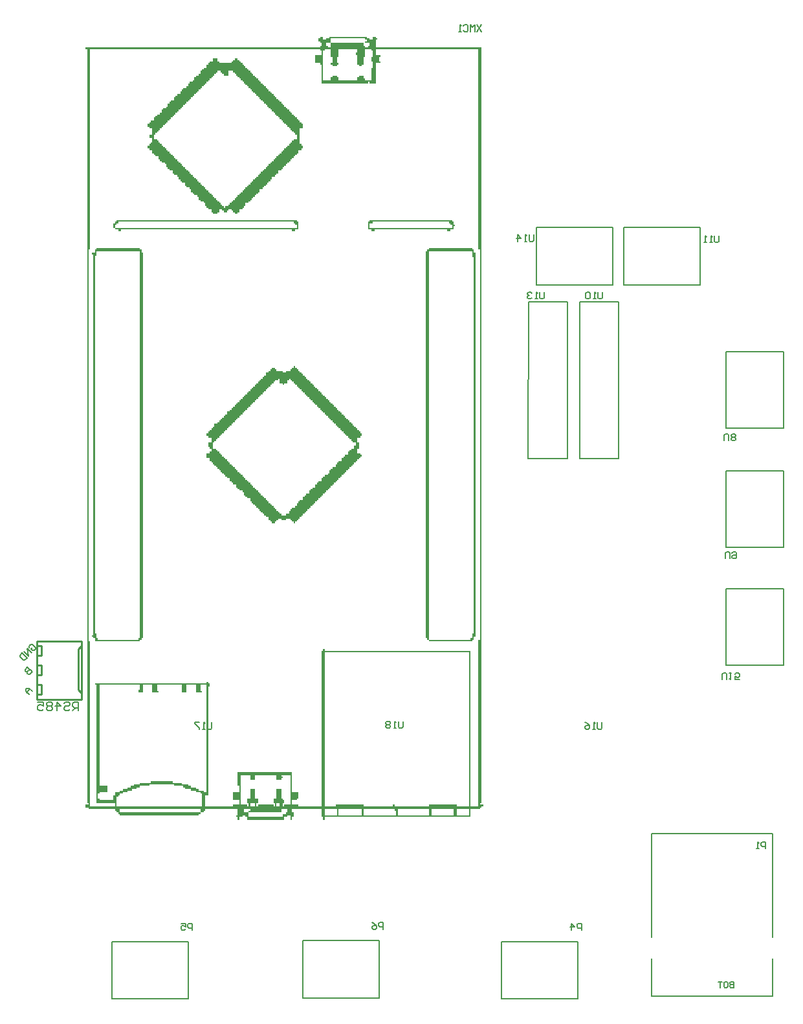
<source format=gbr>
G04 Layer_Color=32896*
%FSLAX26Y26*%
%MOIN*%
%TF.FileFunction,Legend,Bot*%
%TF.Part,Single*%
G01*
G75*
%TA.AperFunction,NonConductor*%
%ADD65C,0.010000*%
%ADD66C,0.007874*%
%ADD67C,0.007000*%
%ADD68C,0.007500*%
%ADD69C,0.006000*%
G36*
X1753000Y4856000D02*
X1761000D01*
Y4848000D01*
X1753000D01*
Y4840000D01*
Y4832000D01*
Y4824000D01*
Y4816000D01*
Y4808000D01*
X2297000D01*
Y4800000D01*
Y4792000D01*
Y4784000D01*
Y4776000D01*
Y4768000D01*
Y4760000D01*
Y4752000D01*
Y4744000D01*
Y4736000D01*
Y4728000D01*
Y4720000D01*
Y4712000D01*
Y4704000D01*
Y4696000D01*
Y4688000D01*
Y4680000D01*
Y4672000D01*
Y4664000D01*
Y4656000D01*
Y4648000D01*
Y4640000D01*
Y4632000D01*
Y4624000D01*
Y4616000D01*
Y4608000D01*
Y4600000D01*
Y4592000D01*
Y4584000D01*
Y4576000D01*
Y4568000D01*
Y4560000D01*
Y4552000D01*
Y4544000D01*
Y4536000D01*
Y4528000D01*
Y4520000D01*
Y4512000D01*
Y4504000D01*
Y4496000D01*
Y4488000D01*
Y4480000D01*
Y4472000D01*
Y4464000D01*
Y4456000D01*
Y4448000D01*
Y4440000D01*
Y4432000D01*
Y4424000D01*
Y4416000D01*
Y4408000D01*
Y4400000D01*
Y4392000D01*
Y4384000D01*
Y4376000D01*
Y4368000D01*
Y4360000D01*
Y4352000D01*
Y4344000D01*
Y4336000D01*
Y4328000D01*
Y4320000D01*
Y4312000D01*
Y4304000D01*
Y4296000D01*
Y4288000D01*
Y4280000D01*
Y4272000D01*
Y4264000D01*
Y4256000D01*
Y4248000D01*
Y4240000D01*
Y4232000D01*
Y4224000D01*
Y4216000D01*
Y4208000D01*
Y4200000D01*
Y4192000D01*
Y4184000D01*
Y4176000D01*
Y4168000D01*
Y4160000D01*
Y4152000D01*
Y4144000D01*
Y4136000D01*
Y4128000D01*
Y4120000D01*
Y4112000D01*
Y4104000D01*
Y4096000D01*
Y4088000D01*
Y4080000D01*
Y4072000D01*
Y4064000D01*
Y4056000D01*
Y4048000D01*
Y4040000D01*
Y4032000D01*
Y4024000D01*
Y4016000D01*
Y4008000D01*
Y4000000D01*
Y3992000D01*
Y3984000D01*
Y3976000D01*
Y3968000D01*
Y3960000D01*
Y3952000D01*
Y3944000D01*
Y3936000D01*
Y3928000D01*
Y3920000D01*
Y3912000D01*
Y3904000D01*
Y3896000D01*
Y3888000D01*
Y3880000D01*
Y3872000D01*
Y3864000D01*
Y3856000D01*
Y3848000D01*
Y3840000D01*
Y3832000D01*
Y3824000D01*
Y3816000D01*
Y3808000D01*
Y3800000D01*
Y3792000D01*
Y3784000D01*
Y3776000D01*
Y3768000D01*
Y3760000D01*
Y3752000D01*
Y3744000D01*
Y3736000D01*
Y3728000D01*
Y3720000D01*
Y3712000D01*
Y3704000D01*
Y3696000D01*
Y3688000D01*
Y3680000D01*
Y3672000D01*
Y3664000D01*
Y3656000D01*
Y3648000D01*
Y3640000D01*
Y3632000D01*
Y3624000D01*
Y3616000D01*
Y3608000D01*
Y3600000D01*
Y3592000D01*
Y3584000D01*
Y3576000D01*
Y3568000D01*
Y3560000D01*
Y3552000D01*
Y3544000D01*
Y3536000D01*
Y3528000D01*
Y3520000D01*
Y3512000D01*
Y3504000D01*
Y3496000D01*
Y3488000D01*
Y3480000D01*
Y3472000D01*
Y3464000D01*
Y3456000D01*
Y3448000D01*
Y3440000D01*
Y3432000D01*
Y3424000D01*
Y3416000D01*
Y3408000D01*
Y3400000D01*
Y3392000D01*
Y3384000D01*
Y3376000D01*
Y3368000D01*
Y3360000D01*
Y3352000D01*
Y3344000D01*
Y3336000D01*
Y3328000D01*
Y3320000D01*
Y3312000D01*
Y3304000D01*
Y3296000D01*
Y3288000D01*
Y3280000D01*
Y3272000D01*
Y3264000D01*
Y3256000D01*
Y3248000D01*
Y3240000D01*
Y3232000D01*
Y3224000D01*
Y3216000D01*
Y3208000D01*
Y3200000D01*
Y3192000D01*
Y3184000D01*
Y3176000D01*
Y3168000D01*
Y3160000D01*
Y3152000D01*
Y3144000D01*
Y3136000D01*
Y3128000D01*
Y3120000D01*
Y3112000D01*
Y3104000D01*
Y3096000D01*
Y3088000D01*
Y3080000D01*
Y3072000D01*
Y3064000D01*
Y3056000D01*
Y3048000D01*
Y3040000D01*
Y3032000D01*
Y3024000D01*
Y3016000D01*
Y3008000D01*
Y3000000D01*
Y2992000D01*
Y2984000D01*
Y2976000D01*
Y2968000D01*
Y2960000D01*
Y2952000D01*
Y2944000D01*
Y2936000D01*
Y2928000D01*
Y2920000D01*
Y2912000D01*
Y2904000D01*
Y2896000D01*
Y2888000D01*
Y2880000D01*
Y2872000D01*
Y2864000D01*
Y2856000D01*
Y2848000D01*
Y2840000D01*
Y2832000D01*
Y2824000D01*
Y2816000D01*
Y2808000D01*
Y2800000D01*
Y2792000D01*
Y2784000D01*
Y2776000D01*
Y2768000D01*
Y2760000D01*
Y2752000D01*
Y2744000D01*
Y2736000D01*
Y2728000D01*
Y2720000D01*
Y2712000D01*
Y2704000D01*
Y2696000D01*
Y2688000D01*
Y2680000D01*
Y2672000D01*
Y2664000D01*
Y2656000D01*
Y2648000D01*
Y2640000D01*
Y2632000D01*
Y2624000D01*
Y2616000D01*
Y2608000D01*
Y2600000D01*
Y2592000D01*
Y2584000D01*
Y2576000D01*
Y2568000D01*
Y2560000D01*
Y2552000D01*
Y2544000D01*
Y2536000D01*
Y2528000D01*
Y2520000D01*
Y2512000D01*
Y2504000D01*
Y2496000D01*
Y2488000D01*
Y2480000D01*
Y2472000D01*
Y2464000D01*
Y2456000D01*
Y2448000D01*
Y2440000D01*
Y2432000D01*
Y2424000D01*
Y2416000D01*
Y2408000D01*
Y2400000D01*
Y2392000D01*
Y2384000D01*
Y2376000D01*
Y2368000D01*
Y2360000D01*
Y2352000D01*
Y2344000D01*
Y2336000D01*
Y2328000D01*
Y2320000D01*
Y2312000D01*
Y2304000D01*
Y2296000D01*
Y2288000D01*
Y2280000D01*
Y2272000D01*
Y2264000D01*
Y2256000D01*
Y2248000D01*
Y2240000D01*
Y2232000D01*
Y2224000D01*
Y2216000D01*
Y2208000D01*
Y2200000D01*
Y2192000D01*
Y2184000D01*
Y2176000D01*
Y2168000D01*
Y2160000D01*
Y2152000D01*
Y2144000D01*
Y2136000D01*
Y2128000D01*
Y2120000D01*
Y2112000D01*
Y2104000D01*
Y2096000D01*
Y2088000D01*
Y2080000D01*
Y2072000D01*
Y2064000D01*
Y2056000D01*
Y2048000D01*
Y2040000D01*
Y2032000D01*
Y2024000D01*
Y2016000D01*
Y2008000D01*
Y2000000D01*
Y1992000D01*
Y1984000D01*
Y1976000D01*
Y1968000D01*
Y1960000D01*
Y1952000D01*
Y1944000D01*
Y1936000D01*
Y1928000D01*
Y1920000D01*
Y1912000D01*
Y1904000D01*
Y1896000D01*
Y1888000D01*
Y1880000D01*
Y1872000D01*
Y1864000D01*
Y1856000D01*
Y1848000D01*
Y1840000D01*
Y1832000D01*
Y1824000D01*
Y1816000D01*
Y1808000D01*
Y1800000D01*
Y1792000D01*
Y1784000D01*
Y1776000D01*
Y1768000D01*
Y1760000D01*
Y1752000D01*
Y1744000D01*
Y1736000D01*
Y1728000D01*
Y1720000D01*
Y1712000D01*
Y1704000D01*
Y1696000D01*
Y1688000D01*
Y1680000D01*
Y1672000D01*
Y1664000D01*
Y1656000D01*
Y1648000D01*
Y1640000D01*
Y1632000D01*
Y1624000D01*
Y1616000D01*
Y1608000D01*
Y1600000D01*
Y1592000D01*
Y1584000D01*
Y1576000D01*
Y1568000D01*
Y1560000D01*
Y1552000D01*
Y1544000D01*
Y1536000D01*
Y1528000D01*
Y1520000D01*
Y1512000D01*
Y1504000D01*
Y1496000D01*
Y1488000D01*
Y1480000D01*
Y1472000D01*
Y1464000D01*
Y1456000D01*
Y1448000D01*
Y1440000D01*
Y1432000D01*
Y1424000D01*
Y1416000D01*
Y1408000D01*
Y1400000D01*
Y1392000D01*
Y1384000D01*
Y1376000D01*
Y1368000D01*
Y1360000D01*
Y1352000D01*
Y1344000D01*
Y1336000D01*
Y1328000D01*
Y1320000D01*
Y1312000D01*
Y1304000D01*
Y1296000D01*
Y1288000D01*
Y1280000D01*
Y1272000D01*
Y1264000D01*
Y1256000D01*
Y1248000D01*
Y1240000D01*
Y1232000D01*
Y1224000D01*
Y1216000D01*
Y1208000D01*
Y1200000D01*
Y1192000D01*
Y1184000D01*
Y1176000D01*
Y1168000D01*
Y1160000D01*
Y1152000D01*
Y1144000D01*
Y1136000D01*
Y1128000D01*
Y1120000D01*
Y1112000D01*
Y1104000D01*
Y1096000D01*
Y1088000D01*
Y1080000D01*
Y1072000D01*
Y1064000D01*
Y1056000D01*
Y1048000D01*
Y1040000D01*
Y1032000D01*
Y1024000D01*
Y1016000D01*
Y1008000D01*
Y1000000D01*
Y992000D01*
Y984000D01*
Y976000D01*
Y968000D01*
Y960000D01*
Y952000D01*
Y944000D01*
Y936000D01*
Y928000D01*
Y920000D01*
X2289000D01*
Y912000D01*
X2305000D01*
Y904000D01*
X2297000D01*
Y896000D01*
X2289000D01*
Y888000D01*
X2241000D01*
Y880000D01*
Y872000D01*
Y864000D01*
Y856000D01*
Y848000D01*
X1489000D01*
Y840000D01*
Y832000D01*
X1481000D01*
Y840000D01*
Y848000D01*
X1473000D01*
Y856000D01*
Y864000D01*
Y872000D01*
Y880000D01*
Y888000D01*
X1321000D01*
Y880000D01*
Y872000D01*
X1329000D01*
Y864000D01*
Y856000D01*
Y848000D01*
X1321000D01*
Y840000D01*
Y832000D01*
X1313000D01*
Y840000D01*
Y848000D01*
Y856000D01*
X1297000D01*
Y848000D01*
X1281000D01*
Y840000D01*
Y832000D01*
X1089000D01*
Y840000D01*
Y848000D01*
X1081000D01*
Y856000D01*
X1065000D01*
Y848000D01*
X1049000D01*
Y840000D01*
Y832000D01*
X1041000D01*
Y840000D01*
Y848000D01*
X1033000D01*
Y856000D01*
X1041000D01*
Y864000D01*
Y872000D01*
Y880000D01*
Y888000D01*
X873000D01*
Y880000D01*
X865000D01*
Y872000D01*
X849000D01*
Y880000D01*
Y888000D01*
X433000D01*
Y880000D01*
Y872000D01*
X849000D01*
Y864000D01*
X841000D01*
Y856000D01*
X433000D01*
Y864000D01*
X425000D01*
Y872000D01*
X417000D01*
Y880000D01*
X409000D01*
Y888000D01*
X273000D01*
Y896000D01*
X257000D01*
Y904000D01*
Y912000D01*
X273000D01*
Y920000D01*
X265000D01*
Y928000D01*
Y936000D01*
Y944000D01*
Y952000D01*
Y960000D01*
Y968000D01*
Y976000D01*
Y984000D01*
Y992000D01*
Y1000000D01*
Y1008000D01*
Y1016000D01*
Y1024000D01*
Y1032000D01*
Y1040000D01*
Y1048000D01*
Y1056000D01*
Y1064000D01*
Y1072000D01*
Y1080000D01*
Y1088000D01*
Y1096000D01*
Y1104000D01*
Y1112000D01*
Y1120000D01*
Y1128000D01*
Y1136000D01*
Y1144000D01*
Y1152000D01*
Y1160000D01*
Y1168000D01*
Y1176000D01*
Y1184000D01*
Y1192000D01*
Y1200000D01*
Y1208000D01*
Y1216000D01*
Y1224000D01*
Y1232000D01*
Y1240000D01*
Y1248000D01*
Y1256000D01*
Y1264000D01*
Y1272000D01*
Y1280000D01*
Y1288000D01*
Y1296000D01*
Y1304000D01*
Y1312000D01*
Y1320000D01*
Y1328000D01*
Y1336000D01*
Y1344000D01*
Y1352000D01*
Y1360000D01*
Y1368000D01*
Y1376000D01*
Y1384000D01*
Y1392000D01*
Y1400000D01*
Y1408000D01*
Y1416000D01*
Y1424000D01*
Y1432000D01*
Y1440000D01*
Y1448000D01*
Y1456000D01*
Y1464000D01*
Y1472000D01*
Y1480000D01*
Y1488000D01*
Y1496000D01*
Y1504000D01*
Y1512000D01*
Y1520000D01*
Y1528000D01*
Y1536000D01*
Y1544000D01*
Y1552000D01*
Y1560000D01*
Y1568000D01*
Y1576000D01*
Y1584000D01*
Y1592000D01*
Y1600000D01*
Y1608000D01*
Y1616000D01*
Y1624000D01*
Y1632000D01*
Y1640000D01*
Y1648000D01*
Y1656000D01*
Y1664000D01*
Y1672000D01*
Y1680000D01*
Y1688000D01*
Y1696000D01*
Y1704000D01*
Y1712000D01*
Y1720000D01*
Y1728000D01*
Y1736000D01*
Y1744000D01*
Y1752000D01*
Y1760000D01*
Y1768000D01*
Y1776000D01*
Y1784000D01*
Y1792000D01*
Y1800000D01*
Y1808000D01*
Y1816000D01*
Y1824000D01*
Y1832000D01*
Y1840000D01*
Y1848000D01*
Y1856000D01*
Y1864000D01*
Y1872000D01*
Y1880000D01*
Y1888000D01*
Y1896000D01*
Y1904000D01*
Y1912000D01*
Y1920000D01*
Y1928000D01*
Y1936000D01*
Y1944000D01*
Y1952000D01*
Y1960000D01*
Y1968000D01*
Y1976000D01*
Y1984000D01*
Y1992000D01*
Y2000000D01*
Y2008000D01*
Y2016000D01*
Y2024000D01*
Y2032000D01*
Y2040000D01*
Y2048000D01*
Y2056000D01*
Y2064000D01*
Y2072000D01*
Y2080000D01*
Y2088000D01*
Y2096000D01*
Y2104000D01*
Y2112000D01*
Y2120000D01*
Y2128000D01*
Y2136000D01*
Y2144000D01*
Y2152000D01*
Y2160000D01*
Y2168000D01*
Y2176000D01*
Y2184000D01*
Y2192000D01*
Y2200000D01*
Y2208000D01*
Y2216000D01*
Y2224000D01*
Y2232000D01*
Y2240000D01*
Y2248000D01*
Y2256000D01*
Y2264000D01*
Y2272000D01*
Y2280000D01*
Y2288000D01*
Y2296000D01*
Y2304000D01*
Y2312000D01*
Y2320000D01*
Y2328000D01*
Y2336000D01*
Y2344000D01*
Y2352000D01*
Y2360000D01*
Y2368000D01*
Y2376000D01*
Y2384000D01*
Y2392000D01*
Y2400000D01*
Y2408000D01*
Y2416000D01*
Y2424000D01*
Y2432000D01*
Y2440000D01*
Y2448000D01*
Y2456000D01*
Y2464000D01*
Y2472000D01*
Y2480000D01*
Y2488000D01*
Y2496000D01*
Y2504000D01*
Y2512000D01*
Y2520000D01*
Y2528000D01*
Y2536000D01*
Y2544000D01*
Y2552000D01*
Y2560000D01*
Y2568000D01*
Y2576000D01*
Y2584000D01*
Y2592000D01*
Y2600000D01*
Y2608000D01*
Y2616000D01*
Y2624000D01*
Y2632000D01*
Y2640000D01*
Y2648000D01*
Y2656000D01*
Y2664000D01*
Y2672000D01*
Y2680000D01*
Y2688000D01*
Y2696000D01*
Y2704000D01*
Y2712000D01*
Y2720000D01*
Y2728000D01*
Y2736000D01*
Y2744000D01*
Y2752000D01*
Y2760000D01*
Y2768000D01*
Y2776000D01*
Y2784000D01*
Y2792000D01*
Y2800000D01*
Y2808000D01*
Y2816000D01*
Y2824000D01*
Y2832000D01*
Y2840000D01*
Y2848000D01*
Y2856000D01*
Y2864000D01*
Y2872000D01*
Y2880000D01*
Y2888000D01*
Y2896000D01*
Y2904000D01*
Y2912000D01*
Y2920000D01*
Y2928000D01*
Y2936000D01*
Y2944000D01*
Y2952000D01*
Y2960000D01*
Y2968000D01*
Y2976000D01*
Y2984000D01*
Y2992000D01*
Y3000000D01*
Y3008000D01*
Y3016000D01*
Y3024000D01*
Y3032000D01*
Y3040000D01*
Y3048000D01*
Y3056000D01*
Y3064000D01*
Y3072000D01*
Y3080000D01*
Y3088000D01*
Y3096000D01*
Y3104000D01*
Y3112000D01*
Y3120000D01*
Y3128000D01*
Y3136000D01*
Y3144000D01*
Y3152000D01*
Y3160000D01*
Y3168000D01*
Y3176000D01*
Y3184000D01*
Y3192000D01*
Y3200000D01*
Y3208000D01*
Y3216000D01*
Y3224000D01*
Y3232000D01*
Y3240000D01*
Y3248000D01*
Y3256000D01*
Y3264000D01*
Y3272000D01*
Y3280000D01*
Y3288000D01*
Y3296000D01*
Y3304000D01*
Y3312000D01*
Y3320000D01*
Y3328000D01*
Y3336000D01*
Y3344000D01*
Y3352000D01*
Y3360000D01*
Y3368000D01*
Y3376000D01*
Y3384000D01*
Y3392000D01*
Y3400000D01*
Y3408000D01*
Y3416000D01*
Y3424000D01*
Y3432000D01*
Y3440000D01*
Y3448000D01*
Y3456000D01*
Y3464000D01*
Y3472000D01*
Y3480000D01*
Y3488000D01*
Y3496000D01*
Y3504000D01*
Y3512000D01*
Y3520000D01*
Y3528000D01*
Y3536000D01*
Y3544000D01*
Y3552000D01*
Y3560000D01*
Y3568000D01*
Y3576000D01*
Y3584000D01*
Y3592000D01*
Y3600000D01*
Y3608000D01*
Y3616000D01*
Y3624000D01*
Y3632000D01*
Y3640000D01*
Y3648000D01*
Y3656000D01*
Y3664000D01*
Y3672000D01*
Y3680000D01*
Y3688000D01*
Y3696000D01*
Y3704000D01*
Y3712000D01*
Y3720000D01*
Y3728000D01*
Y3736000D01*
Y3744000D01*
Y3752000D01*
Y3760000D01*
Y3768000D01*
Y3776000D01*
Y3784000D01*
Y3792000D01*
Y3800000D01*
Y3808000D01*
Y3816000D01*
Y3824000D01*
Y3832000D01*
Y3840000D01*
Y3848000D01*
Y3856000D01*
Y3864000D01*
Y3872000D01*
Y3880000D01*
Y3888000D01*
Y3896000D01*
Y3904000D01*
Y3912000D01*
Y3920000D01*
Y3928000D01*
Y3936000D01*
Y3944000D01*
Y3952000D01*
Y3960000D01*
Y3968000D01*
Y3976000D01*
Y3984000D01*
Y3992000D01*
Y4000000D01*
Y4008000D01*
Y4016000D01*
Y4024000D01*
Y4032000D01*
Y4040000D01*
Y4048000D01*
Y4056000D01*
Y4064000D01*
Y4072000D01*
Y4080000D01*
Y4088000D01*
Y4096000D01*
Y4104000D01*
Y4112000D01*
Y4120000D01*
Y4128000D01*
Y4136000D01*
Y4144000D01*
Y4152000D01*
Y4160000D01*
Y4168000D01*
Y4176000D01*
Y4184000D01*
Y4192000D01*
Y4200000D01*
Y4208000D01*
Y4216000D01*
Y4224000D01*
Y4232000D01*
Y4240000D01*
Y4248000D01*
Y4256000D01*
Y4264000D01*
Y4272000D01*
Y4280000D01*
Y4288000D01*
Y4296000D01*
Y4304000D01*
Y4312000D01*
Y4320000D01*
Y4328000D01*
Y4336000D01*
Y4344000D01*
Y4352000D01*
Y4360000D01*
Y4368000D01*
Y4376000D01*
Y4384000D01*
Y4392000D01*
Y4400000D01*
Y4408000D01*
Y4416000D01*
Y4424000D01*
Y4432000D01*
Y4440000D01*
Y4448000D01*
Y4456000D01*
Y4464000D01*
Y4472000D01*
Y4480000D01*
Y4488000D01*
Y4496000D01*
Y4504000D01*
Y4512000D01*
Y4520000D01*
Y4528000D01*
Y4536000D01*
Y4544000D01*
Y4552000D01*
Y4560000D01*
Y4568000D01*
Y4576000D01*
Y4584000D01*
Y4592000D01*
Y4600000D01*
Y4608000D01*
Y4616000D01*
Y4624000D01*
Y4632000D01*
Y4640000D01*
Y4648000D01*
Y4656000D01*
Y4664000D01*
Y4672000D01*
Y4680000D01*
Y4688000D01*
Y4696000D01*
Y4704000D01*
Y4712000D01*
Y4720000D01*
Y4728000D01*
Y4736000D01*
Y4744000D01*
Y4752000D01*
Y4760000D01*
Y4768000D01*
Y4776000D01*
Y4784000D01*
Y4792000D01*
Y4800000D01*
X257000D01*
Y4808000D01*
X1465000D01*
Y4816000D01*
X1473000D01*
Y4824000D01*
Y4832000D01*
X1465000D01*
Y4840000D01*
X1457000D01*
Y4848000D01*
Y4856000D01*
X1465000D01*
Y4864000D01*
X1481000D01*
Y4856000D01*
Y4848000D01*
X1497000D01*
Y4856000D01*
X1513000D01*
Y4864000D01*
X1705000D01*
Y4856000D01*
X1721000D01*
Y4848000D01*
X1737000D01*
Y4856000D01*
Y4864000D01*
X1753000D01*
Y4856000D01*
D02*
G37*
%LPC*%
G36*
X2025000Y888000D02*
X1865000D01*
Y880000D01*
Y872000D01*
Y864000D01*
Y856000D01*
X2025000D01*
Y864000D01*
Y872000D01*
Y880000D01*
Y888000D01*
D02*
G37*
G36*
X2153000D02*
X2041000D01*
Y880000D01*
Y872000D01*
Y864000D01*
Y856000D01*
X2153000D01*
Y864000D01*
Y872000D01*
Y880000D01*
Y888000D01*
D02*
G37*
G36*
X1129000Y920000D02*
X1105000D01*
Y912000D01*
Y904000D01*
X1129000D01*
Y912000D01*
Y920000D01*
D02*
G37*
G36*
X1257000D02*
X1241000D01*
Y912000D01*
Y904000D01*
X1257000D01*
Y912000D01*
Y920000D01*
D02*
G37*
G36*
X1313000Y1064000D02*
X1265000D01*
Y1056000D01*
X1273000D01*
Y1048000D01*
X1265000D01*
Y1040000D01*
X1241000D01*
Y1048000D01*
Y1056000D01*
Y1064000D01*
X1129000D01*
Y1056000D01*
Y1048000D01*
Y1040000D01*
X1105000D01*
Y1048000D01*
Y1056000D01*
Y1064000D01*
X1057000D01*
Y1056000D01*
Y1048000D01*
Y1040000D01*
Y1032000D01*
Y1024000D01*
Y1016000D01*
Y1008000D01*
Y1000000D01*
Y992000D01*
Y984000D01*
Y976000D01*
Y968000D01*
Y960000D01*
Y952000D01*
Y944000D01*
Y936000D01*
Y928000D01*
Y920000D01*
Y912000D01*
X1089000D01*
Y904000D01*
X1097000D01*
Y912000D01*
Y920000D01*
X1089000D01*
Y928000D01*
Y936000D01*
Y944000D01*
X1105000D01*
Y952000D01*
Y960000D01*
Y968000D01*
Y976000D01*
Y984000D01*
Y992000D01*
X1129000D01*
Y984000D01*
Y976000D01*
Y968000D01*
Y960000D01*
Y952000D01*
Y944000D01*
X1145000D01*
Y936000D01*
Y928000D01*
Y920000D01*
X1137000D01*
Y912000D01*
Y904000D01*
X1145000D01*
Y912000D01*
X1225000D01*
Y904000D01*
X1233000D01*
Y912000D01*
Y920000D01*
X1225000D01*
Y928000D01*
Y936000D01*
Y944000D01*
X1241000D01*
Y952000D01*
Y960000D01*
Y968000D01*
Y976000D01*
Y984000D01*
Y992000D01*
X1265000D01*
Y984000D01*
Y976000D01*
Y968000D01*
Y960000D01*
Y952000D01*
Y944000D01*
X1273000D01*
Y936000D01*
X1281000D01*
Y928000D01*
Y920000D01*
X1273000D01*
Y912000D01*
Y904000D01*
X1281000D01*
Y912000D01*
X1313000D01*
Y920000D01*
Y928000D01*
Y936000D01*
Y944000D01*
Y952000D01*
Y960000D01*
Y968000D01*
Y976000D01*
Y984000D01*
Y992000D01*
Y1000000D01*
Y1008000D01*
Y1016000D01*
Y1024000D01*
Y1032000D01*
Y1040000D01*
Y1048000D01*
Y1056000D01*
Y1064000D01*
D02*
G37*
G36*
X881000Y1528000D02*
X849000D01*
Y1520000D01*
Y1512000D01*
Y1504000D01*
Y1496000D01*
X857000D01*
Y1488000D01*
X825000D01*
Y1496000D01*
Y1504000D01*
Y1512000D01*
Y1520000D01*
Y1528000D01*
X777000D01*
Y1520000D01*
Y1512000D01*
Y1504000D01*
Y1496000D01*
Y1488000D01*
X753000D01*
Y1496000D01*
Y1504000D01*
Y1512000D01*
Y1520000D01*
Y1528000D01*
X625000D01*
Y1520000D01*
Y1512000D01*
Y1504000D01*
Y1496000D01*
X633000D01*
Y1488000D01*
X601000D01*
Y1496000D01*
Y1504000D01*
Y1512000D01*
Y1520000D01*
Y1528000D01*
X553000D01*
Y1520000D01*
Y1512000D01*
Y1504000D01*
Y1496000D01*
Y1488000D01*
X529000D01*
Y1496000D01*
Y1504000D01*
X537000D01*
Y1512000D01*
Y1520000D01*
Y1528000D01*
X329000D01*
Y1520000D01*
Y1512000D01*
Y1504000D01*
Y1496000D01*
Y1488000D01*
Y1480000D01*
Y1472000D01*
Y1464000D01*
Y1456000D01*
Y1448000D01*
Y1440000D01*
Y1432000D01*
Y1424000D01*
Y1416000D01*
Y1408000D01*
Y1400000D01*
Y1392000D01*
Y1384000D01*
Y1376000D01*
Y1368000D01*
Y1360000D01*
Y1352000D01*
Y1344000D01*
Y1336000D01*
Y1328000D01*
Y1320000D01*
Y1312000D01*
Y1304000D01*
Y1296000D01*
Y1288000D01*
Y1280000D01*
Y1272000D01*
Y1264000D01*
Y1256000D01*
Y1248000D01*
Y1240000D01*
Y1232000D01*
Y1224000D01*
Y1216000D01*
Y1208000D01*
Y1200000D01*
Y1192000D01*
Y1184000D01*
Y1176000D01*
Y1168000D01*
Y1160000D01*
Y1152000D01*
Y1144000D01*
Y1136000D01*
Y1128000D01*
Y1120000D01*
Y1112000D01*
Y1104000D01*
Y1096000D01*
Y1088000D01*
Y1080000D01*
Y1072000D01*
Y1064000D01*
Y1056000D01*
Y1048000D01*
Y1040000D01*
Y1032000D01*
Y1024000D01*
Y1016000D01*
Y1008000D01*
X369000D01*
Y1000000D01*
Y992000D01*
Y984000D01*
Y976000D01*
X329000D01*
Y968000D01*
X321000D01*
Y960000D01*
Y952000D01*
Y944000D01*
X329000D01*
Y936000D01*
X401000D01*
Y944000D01*
Y952000D01*
Y960000D01*
X409000D01*
Y968000D01*
Y976000D01*
X433000D01*
Y984000D01*
X449000D01*
Y992000D01*
X473000D01*
Y1000000D01*
X489000D01*
Y1008000D01*
X505000D01*
Y1016000D01*
X537000D01*
Y1024000D01*
X593000D01*
Y1032000D01*
X705000D01*
Y1024000D01*
X753000D01*
Y1016000D01*
X785000D01*
Y1008000D01*
X801000D01*
Y1000000D01*
X825000D01*
Y992000D01*
X841000D01*
Y984000D01*
X865000D01*
Y976000D01*
X881000D01*
Y984000D01*
Y992000D01*
Y1000000D01*
Y1008000D01*
Y1016000D01*
Y1024000D01*
Y1032000D01*
Y1040000D01*
Y1048000D01*
Y1056000D01*
Y1064000D01*
Y1072000D01*
Y1080000D01*
Y1088000D01*
Y1096000D01*
Y1104000D01*
Y1112000D01*
Y1120000D01*
Y1128000D01*
Y1136000D01*
Y1144000D01*
Y1152000D01*
Y1160000D01*
Y1168000D01*
Y1176000D01*
Y1184000D01*
Y1192000D01*
Y1200000D01*
Y1208000D01*
Y1216000D01*
Y1224000D01*
Y1232000D01*
Y1240000D01*
Y1248000D01*
Y1256000D01*
Y1264000D01*
Y1272000D01*
Y1280000D01*
Y1288000D01*
Y1296000D01*
Y1304000D01*
Y1312000D01*
Y1320000D01*
Y1328000D01*
Y1336000D01*
Y1344000D01*
Y1352000D01*
Y1360000D01*
Y1368000D01*
Y1376000D01*
Y1384000D01*
Y1392000D01*
Y1400000D01*
Y1408000D01*
Y1416000D01*
Y1424000D01*
Y1432000D01*
Y1440000D01*
Y1448000D01*
Y1456000D01*
Y1464000D01*
Y1472000D01*
Y1480000D01*
Y1488000D01*
Y1496000D01*
Y1504000D01*
Y1512000D01*
Y1520000D01*
Y1528000D01*
D02*
G37*
G36*
X2233000Y888000D02*
X2169000D01*
Y880000D01*
Y872000D01*
Y864000D01*
Y856000D01*
X2233000D01*
Y864000D01*
Y872000D01*
Y880000D01*
Y888000D01*
D02*
G37*
G36*
Y1696000D02*
X1489000D01*
Y1688000D01*
Y1680000D01*
Y1672000D01*
Y1664000D01*
Y1656000D01*
Y1648000D01*
Y1640000D01*
Y1632000D01*
Y1624000D01*
Y1616000D01*
Y1608000D01*
Y1600000D01*
Y1592000D01*
Y1584000D01*
Y1576000D01*
Y1568000D01*
Y1560000D01*
Y1552000D01*
Y1544000D01*
Y1536000D01*
Y1528000D01*
Y1520000D01*
Y1512000D01*
Y1504000D01*
Y1496000D01*
Y1488000D01*
Y1480000D01*
Y1472000D01*
Y1464000D01*
Y1456000D01*
Y1448000D01*
Y1440000D01*
Y1432000D01*
Y1424000D01*
Y1416000D01*
Y1408000D01*
Y1400000D01*
Y1392000D01*
Y1384000D01*
Y1376000D01*
Y1368000D01*
Y1360000D01*
Y1352000D01*
Y1344000D01*
Y1336000D01*
Y1328000D01*
Y1320000D01*
Y1312000D01*
Y1304000D01*
Y1296000D01*
Y1288000D01*
Y1280000D01*
Y1272000D01*
Y1264000D01*
Y1256000D01*
Y1248000D01*
Y1240000D01*
Y1232000D01*
Y1224000D01*
Y1216000D01*
Y1208000D01*
Y1200000D01*
Y1192000D01*
Y1184000D01*
Y1176000D01*
Y1168000D01*
Y1160000D01*
Y1152000D01*
Y1144000D01*
Y1136000D01*
Y1128000D01*
Y1120000D01*
Y1112000D01*
Y1104000D01*
Y1096000D01*
Y1088000D01*
Y1080000D01*
Y1072000D01*
Y1064000D01*
Y1056000D01*
Y1048000D01*
Y1040000D01*
Y1032000D01*
Y1024000D01*
Y1016000D01*
Y1008000D01*
Y1000000D01*
Y992000D01*
Y984000D01*
Y976000D01*
Y968000D01*
Y960000D01*
Y952000D01*
Y944000D01*
Y936000D01*
Y928000D01*
Y920000D01*
Y912000D01*
Y904000D01*
X1545000D01*
Y912000D01*
X1689000D01*
Y904000D01*
X1841000D01*
Y912000D01*
X1849000D01*
Y904000D01*
X2025000D01*
Y912000D01*
X2169000D01*
Y904000D01*
X2233000D01*
Y912000D01*
Y920000D01*
Y928000D01*
Y936000D01*
Y944000D01*
Y952000D01*
Y960000D01*
Y968000D01*
Y976000D01*
Y984000D01*
Y992000D01*
Y1000000D01*
Y1008000D01*
Y1016000D01*
Y1024000D01*
Y1032000D01*
Y1040000D01*
Y1048000D01*
Y1056000D01*
Y1064000D01*
Y1072000D01*
Y1080000D01*
Y1088000D01*
Y1096000D01*
Y1104000D01*
Y1112000D01*
Y1120000D01*
Y1128000D01*
Y1136000D01*
Y1144000D01*
Y1152000D01*
Y1160000D01*
Y1168000D01*
Y1176000D01*
Y1184000D01*
Y1192000D01*
Y1200000D01*
Y1208000D01*
Y1216000D01*
Y1224000D01*
Y1232000D01*
Y1240000D01*
Y1248000D01*
Y1256000D01*
Y1264000D01*
Y1272000D01*
Y1280000D01*
Y1288000D01*
Y1296000D01*
Y1304000D01*
Y1312000D01*
Y1320000D01*
Y1328000D01*
Y1336000D01*
Y1344000D01*
Y1352000D01*
Y1360000D01*
Y1368000D01*
Y1376000D01*
Y1384000D01*
Y1392000D01*
Y1400000D01*
Y1408000D01*
Y1416000D01*
Y1424000D01*
Y1432000D01*
Y1440000D01*
Y1448000D01*
Y1456000D01*
Y1464000D01*
Y1472000D01*
Y1480000D01*
Y1488000D01*
Y1496000D01*
Y1504000D01*
Y1512000D01*
Y1520000D01*
Y1528000D01*
Y1536000D01*
Y1544000D01*
Y1552000D01*
Y1560000D01*
Y1568000D01*
Y1576000D01*
Y1584000D01*
Y1592000D01*
Y1600000D01*
Y1608000D01*
Y1616000D01*
Y1624000D01*
Y1632000D01*
Y1640000D01*
Y1648000D01*
Y1656000D01*
Y1664000D01*
Y1672000D01*
Y1680000D01*
Y1688000D01*
Y1696000D01*
D02*
G37*
G36*
X713000Y1016000D02*
X585000D01*
Y1008000D01*
X537000D01*
Y1000000D01*
X521000D01*
Y992000D01*
X497000D01*
Y984000D01*
X473000D01*
Y976000D01*
X449000D01*
Y968000D01*
X433000D01*
Y960000D01*
X425000D01*
Y952000D01*
X417000D01*
Y944000D01*
Y936000D01*
Y928000D01*
Y920000D01*
Y912000D01*
Y904000D01*
X857000D01*
Y912000D01*
Y920000D01*
Y928000D01*
Y936000D01*
Y944000D01*
Y952000D01*
Y960000D01*
Y968000D01*
X849000D01*
Y976000D01*
X825000D01*
Y984000D01*
X801000D01*
Y992000D01*
X769000D01*
Y1000000D01*
X761000D01*
Y1008000D01*
X713000D01*
Y1016000D01*
D02*
G37*
G36*
X1297000Y888000D02*
X1265000D01*
Y880000D01*
Y872000D01*
X1097000D01*
Y880000D01*
X1105000D01*
Y888000D01*
X1073000D01*
Y880000D01*
Y872000D01*
X1097000D01*
Y864000D01*
Y856000D01*
Y848000D01*
X1273000D01*
Y856000D01*
Y864000D01*
X1289000D01*
Y872000D01*
X1297000D01*
Y880000D01*
Y888000D01*
D02*
G37*
G36*
X1729000Y4800000D02*
X1697000D01*
Y4792000D01*
Y4784000D01*
Y4776000D01*
Y4768000D01*
Y4760000D01*
X1689000D01*
Y4752000D01*
Y4744000D01*
Y4736000D01*
Y4728000D01*
Y4720000D01*
X1681000D01*
Y4712000D01*
X1665000D01*
Y4720000D01*
X1657000D01*
Y4728000D01*
Y4736000D01*
Y4744000D01*
Y4752000D01*
Y4760000D01*
Y4768000D01*
X1649000D01*
Y4776000D01*
Y4784000D01*
X1657000D01*
Y4792000D01*
Y4800000D01*
X1561000D01*
Y4792000D01*
Y4784000D01*
Y4776000D01*
Y4768000D01*
Y4760000D01*
X1553000D01*
Y4752000D01*
Y4744000D01*
Y4736000D01*
Y4728000D01*
X1561000D01*
Y4720000D01*
X1553000D01*
Y4712000D01*
X1529000D01*
Y4720000D01*
X1521000D01*
Y4728000D01*
X1529000D01*
Y4736000D01*
Y4744000D01*
Y4752000D01*
Y4760000D01*
X1521000D01*
Y4768000D01*
Y4776000D01*
Y4784000D01*
Y4792000D01*
Y4800000D01*
X1489000D01*
Y4792000D01*
X1481000D01*
Y4784000D01*
Y4776000D01*
Y4768000D01*
Y4760000D01*
Y4752000D01*
Y4744000D01*
Y4736000D01*
Y4728000D01*
Y4720000D01*
Y4712000D01*
Y4704000D01*
Y4696000D01*
Y4688000D01*
Y4680000D01*
Y4672000D01*
Y4664000D01*
Y4656000D01*
Y4648000D01*
Y4640000D01*
X1521000D01*
Y4648000D01*
Y4656000D01*
X1529000D01*
Y4664000D01*
X1553000D01*
Y4656000D01*
X1561000D01*
Y4648000D01*
Y4640000D01*
X1657000D01*
Y4648000D01*
Y4656000D01*
X1665000D01*
Y4664000D01*
X1689000D01*
Y4656000D01*
Y4648000D01*
X1697000D01*
Y4640000D01*
X1729000D01*
Y4648000D01*
Y4656000D01*
Y4664000D01*
Y4672000D01*
Y4680000D01*
Y4688000D01*
Y4696000D01*
Y4704000D01*
X1737000D01*
Y4712000D01*
Y4720000D01*
Y4728000D01*
Y4736000D01*
X1729000D01*
Y4744000D01*
Y4752000D01*
Y4760000D01*
X1737000D01*
Y4768000D01*
Y4776000D01*
Y4784000D01*
Y4792000D01*
X1729000D01*
Y4800000D01*
D02*
G37*
G36*
X1697000Y4856000D02*
X1521000D01*
Y4848000D01*
Y4840000D01*
Y4832000D01*
X1689000D01*
Y4824000D01*
Y4816000D01*
X1697000D01*
Y4808000D01*
X1713000D01*
Y4816000D01*
X1721000D01*
Y4824000D01*
Y4832000D01*
X1697000D01*
Y4840000D01*
X1705000D01*
Y4848000D01*
X1697000D01*
Y4856000D01*
D02*
G37*
G36*
X1521000Y4832000D02*
X1497000D01*
Y4824000D01*
Y4816000D01*
X1505000D01*
Y4808000D01*
X1521000D01*
Y4816000D01*
Y4824000D01*
Y4832000D01*
D02*
G37*
G36*
X1681000Y888000D02*
X1561000D01*
Y880000D01*
Y872000D01*
Y864000D01*
Y856000D01*
X1681000D01*
Y864000D01*
Y872000D01*
Y880000D01*
Y888000D01*
D02*
G37*
G36*
X1849000D02*
X1689000D01*
Y880000D01*
Y872000D01*
Y864000D01*
Y856000D01*
X1857000D01*
Y864000D01*
Y872000D01*
Y880000D01*
X1849000D01*
Y888000D01*
D02*
G37*
G36*
X1553000D02*
X1489000D01*
Y880000D01*
Y872000D01*
Y864000D01*
Y856000D01*
X1553000D01*
Y864000D01*
Y872000D01*
Y880000D01*
Y888000D01*
D02*
G37*
G36*
X2281000Y4800000D02*
X1753000D01*
Y4792000D01*
Y4784000D01*
Y4776000D01*
Y4768000D01*
X1777000D01*
Y4760000D01*
X1769000D01*
Y4752000D01*
Y4744000D01*
Y4736000D01*
X1777000D01*
Y4728000D01*
X1753000D01*
Y4720000D01*
Y4712000D01*
Y4704000D01*
Y4696000D01*
Y4688000D01*
Y4680000D01*
Y4672000D01*
Y4664000D01*
Y4656000D01*
Y4648000D01*
Y4640000D01*
Y4632000D01*
Y4624000D01*
X1721000D01*
Y4632000D01*
X1713000D01*
Y4624000D01*
X1473000D01*
Y4632000D01*
Y4640000D01*
Y4648000D01*
Y4656000D01*
Y4664000D01*
Y4672000D01*
Y4680000D01*
Y4688000D01*
Y4696000D01*
Y4704000D01*
Y4712000D01*
Y4720000D01*
X1465000D01*
Y4728000D01*
X1441000D01*
Y4736000D01*
Y4744000D01*
Y4752000D01*
Y4760000D01*
Y4768000D01*
X1473000D01*
Y4776000D01*
Y4784000D01*
Y4792000D01*
X1465000D01*
Y4800000D01*
X281000D01*
Y4792000D01*
Y4784000D01*
Y4776000D01*
Y4768000D01*
Y4760000D01*
Y4752000D01*
Y4744000D01*
Y4736000D01*
Y4728000D01*
Y4720000D01*
Y4712000D01*
Y4704000D01*
Y4696000D01*
Y4688000D01*
Y4680000D01*
Y4672000D01*
Y4664000D01*
Y4656000D01*
Y4648000D01*
Y4640000D01*
Y4632000D01*
Y4624000D01*
Y4616000D01*
Y4608000D01*
Y4600000D01*
Y4592000D01*
Y4584000D01*
Y4576000D01*
Y4568000D01*
Y4560000D01*
Y4552000D01*
Y4544000D01*
Y4536000D01*
Y4528000D01*
Y4520000D01*
Y4512000D01*
Y4504000D01*
Y4496000D01*
Y4488000D01*
Y4480000D01*
Y4472000D01*
Y4464000D01*
Y4456000D01*
Y4448000D01*
Y4440000D01*
Y4432000D01*
Y4424000D01*
Y4416000D01*
Y4408000D01*
Y4400000D01*
Y4392000D01*
Y4384000D01*
Y4376000D01*
Y4368000D01*
Y4360000D01*
Y4352000D01*
Y4344000D01*
Y4336000D01*
Y4328000D01*
Y4320000D01*
Y4312000D01*
Y4304000D01*
Y4296000D01*
Y4288000D01*
Y4280000D01*
Y4272000D01*
Y4264000D01*
Y4256000D01*
Y4248000D01*
Y4240000D01*
Y4232000D01*
Y4224000D01*
Y4216000D01*
Y4208000D01*
Y4200000D01*
Y4192000D01*
Y4184000D01*
Y4176000D01*
Y4168000D01*
Y4160000D01*
Y4152000D01*
Y4144000D01*
Y4136000D01*
Y4128000D01*
Y4120000D01*
Y4112000D01*
Y4104000D01*
Y4096000D01*
Y4088000D01*
Y4080000D01*
Y4072000D01*
Y4064000D01*
Y4056000D01*
Y4048000D01*
Y4040000D01*
Y4032000D01*
Y4024000D01*
Y4016000D01*
Y4008000D01*
Y4000000D01*
Y3992000D01*
Y3984000D01*
Y3976000D01*
Y3968000D01*
Y3960000D01*
Y3952000D01*
Y3944000D01*
Y3936000D01*
Y3928000D01*
Y3920000D01*
Y3912000D01*
Y3904000D01*
Y3896000D01*
Y3888000D01*
Y3880000D01*
Y3872000D01*
Y3864000D01*
Y3856000D01*
Y3848000D01*
Y3840000D01*
Y3832000D01*
Y3824000D01*
Y3816000D01*
Y3808000D01*
Y3800000D01*
Y3792000D01*
Y3784000D01*
Y3776000D01*
Y3768000D01*
X273000D01*
Y3760000D01*
Y3752000D01*
Y3744000D01*
Y3736000D01*
Y3728000D01*
Y3720000D01*
Y3712000D01*
Y3704000D01*
Y3696000D01*
Y3688000D01*
Y3680000D01*
Y3672000D01*
Y3664000D01*
Y3656000D01*
Y3648000D01*
Y3640000D01*
Y3632000D01*
Y3624000D01*
Y3616000D01*
Y3608000D01*
Y3600000D01*
Y3592000D01*
Y3584000D01*
Y3576000D01*
Y3568000D01*
Y3560000D01*
Y3552000D01*
Y3544000D01*
Y3536000D01*
Y3528000D01*
Y3520000D01*
Y3512000D01*
Y3504000D01*
Y3496000D01*
Y3488000D01*
Y3480000D01*
Y3472000D01*
Y3464000D01*
Y3456000D01*
Y3448000D01*
Y3440000D01*
Y3432000D01*
Y3424000D01*
Y3416000D01*
Y3408000D01*
Y3400000D01*
Y3392000D01*
Y3384000D01*
Y3376000D01*
Y3368000D01*
Y3360000D01*
Y3352000D01*
Y3344000D01*
Y3336000D01*
Y3328000D01*
Y3320000D01*
Y3312000D01*
Y3304000D01*
Y3296000D01*
Y3288000D01*
Y3280000D01*
Y3272000D01*
Y3264000D01*
Y3256000D01*
Y3248000D01*
Y3240000D01*
Y3232000D01*
Y3224000D01*
Y3216000D01*
Y3208000D01*
Y3200000D01*
Y3192000D01*
Y3184000D01*
Y3176000D01*
Y3168000D01*
Y3160000D01*
Y3152000D01*
Y3144000D01*
Y3136000D01*
Y3128000D01*
Y3120000D01*
Y3112000D01*
Y3104000D01*
Y3096000D01*
Y3088000D01*
Y3080000D01*
Y3072000D01*
Y3064000D01*
Y3056000D01*
Y3048000D01*
Y3040000D01*
Y3032000D01*
Y3024000D01*
Y3016000D01*
Y3008000D01*
Y3000000D01*
Y2992000D01*
Y2984000D01*
Y2976000D01*
Y2968000D01*
Y2960000D01*
Y2952000D01*
Y2944000D01*
Y2936000D01*
Y2928000D01*
Y2920000D01*
Y2912000D01*
Y2904000D01*
Y2896000D01*
Y2888000D01*
Y2880000D01*
Y2872000D01*
Y2864000D01*
Y2856000D01*
Y2848000D01*
Y2840000D01*
Y2832000D01*
Y2824000D01*
Y2816000D01*
Y2808000D01*
Y2800000D01*
Y2792000D01*
Y2784000D01*
Y2776000D01*
Y2768000D01*
Y2760000D01*
Y2752000D01*
Y2744000D01*
Y2736000D01*
Y2728000D01*
Y2720000D01*
Y2712000D01*
Y2704000D01*
Y2696000D01*
Y2688000D01*
Y2680000D01*
Y2672000D01*
Y2664000D01*
Y2656000D01*
Y2648000D01*
Y2640000D01*
Y2632000D01*
Y2624000D01*
Y2616000D01*
Y2608000D01*
Y2600000D01*
Y2592000D01*
Y2584000D01*
Y2576000D01*
Y2568000D01*
Y2560000D01*
Y2552000D01*
Y2544000D01*
Y2536000D01*
Y2528000D01*
Y2520000D01*
Y2512000D01*
Y2504000D01*
Y2496000D01*
Y2488000D01*
Y2480000D01*
Y2472000D01*
Y2464000D01*
Y2456000D01*
Y2448000D01*
Y2440000D01*
Y2432000D01*
Y2424000D01*
Y2416000D01*
Y2408000D01*
Y2400000D01*
Y2392000D01*
Y2384000D01*
Y2376000D01*
Y2368000D01*
Y2360000D01*
Y2352000D01*
Y2344000D01*
Y2336000D01*
Y2328000D01*
Y2320000D01*
Y2312000D01*
Y2304000D01*
Y2296000D01*
Y2288000D01*
Y2280000D01*
Y2272000D01*
Y2264000D01*
Y2256000D01*
Y2248000D01*
Y2240000D01*
Y2232000D01*
Y2224000D01*
Y2216000D01*
Y2208000D01*
Y2200000D01*
Y2192000D01*
Y2184000D01*
Y2176000D01*
Y2168000D01*
Y2160000D01*
Y2152000D01*
Y2144000D01*
Y2136000D01*
Y2128000D01*
Y2120000D01*
Y2112000D01*
Y2104000D01*
Y2096000D01*
Y2088000D01*
Y2080000D01*
Y2072000D01*
Y2064000D01*
Y2056000D01*
Y2048000D01*
Y2040000D01*
Y2032000D01*
Y2024000D01*
Y2016000D01*
Y2008000D01*
Y2000000D01*
Y1992000D01*
Y1984000D01*
Y1976000D01*
Y1968000D01*
Y1960000D01*
Y1952000D01*
Y1944000D01*
Y1936000D01*
Y1928000D01*
Y1920000D01*
Y1912000D01*
Y1904000D01*
Y1896000D01*
Y1888000D01*
Y1880000D01*
Y1872000D01*
Y1864000D01*
Y1856000D01*
Y1848000D01*
Y1840000D01*
Y1832000D01*
Y1824000D01*
Y1816000D01*
Y1808000D01*
Y1800000D01*
Y1792000D01*
Y1784000D01*
Y1776000D01*
Y1768000D01*
Y1760000D01*
Y1752000D01*
X281000D01*
Y1744000D01*
Y1736000D01*
Y1728000D01*
Y1720000D01*
Y1712000D01*
Y1704000D01*
Y1696000D01*
Y1688000D01*
Y1680000D01*
Y1672000D01*
Y1664000D01*
Y1656000D01*
Y1648000D01*
Y1640000D01*
Y1632000D01*
Y1624000D01*
Y1616000D01*
Y1608000D01*
Y1600000D01*
Y1592000D01*
Y1584000D01*
Y1576000D01*
Y1568000D01*
Y1560000D01*
Y1552000D01*
Y1544000D01*
Y1536000D01*
Y1528000D01*
Y1520000D01*
Y1512000D01*
Y1504000D01*
Y1496000D01*
Y1488000D01*
Y1480000D01*
Y1472000D01*
Y1464000D01*
Y1456000D01*
Y1448000D01*
Y1440000D01*
Y1432000D01*
Y1424000D01*
Y1416000D01*
Y1408000D01*
Y1400000D01*
Y1392000D01*
Y1384000D01*
Y1376000D01*
Y1368000D01*
Y1360000D01*
Y1352000D01*
Y1344000D01*
Y1336000D01*
Y1328000D01*
Y1320000D01*
Y1312000D01*
Y1304000D01*
Y1296000D01*
Y1288000D01*
Y1280000D01*
Y1272000D01*
Y1264000D01*
Y1256000D01*
Y1248000D01*
Y1240000D01*
Y1232000D01*
Y1224000D01*
Y1216000D01*
Y1208000D01*
Y1200000D01*
Y1192000D01*
Y1184000D01*
Y1176000D01*
Y1168000D01*
Y1160000D01*
Y1152000D01*
Y1144000D01*
Y1136000D01*
Y1128000D01*
Y1120000D01*
Y1112000D01*
Y1104000D01*
Y1096000D01*
Y1088000D01*
Y1080000D01*
Y1072000D01*
Y1064000D01*
Y1056000D01*
Y1048000D01*
Y1040000D01*
Y1032000D01*
Y1024000D01*
Y1016000D01*
Y1008000D01*
Y1000000D01*
Y992000D01*
Y984000D01*
Y976000D01*
Y968000D01*
Y960000D01*
Y952000D01*
Y944000D01*
Y936000D01*
Y928000D01*
Y920000D01*
Y912000D01*
Y904000D01*
X409000D01*
Y912000D01*
Y920000D01*
X313000D01*
Y928000D01*
Y936000D01*
Y944000D01*
Y952000D01*
Y960000D01*
Y968000D01*
Y976000D01*
Y984000D01*
Y992000D01*
Y1000000D01*
Y1008000D01*
Y1016000D01*
Y1024000D01*
Y1032000D01*
Y1040000D01*
Y1048000D01*
Y1056000D01*
Y1064000D01*
Y1072000D01*
Y1080000D01*
Y1088000D01*
Y1096000D01*
Y1104000D01*
Y1112000D01*
Y1120000D01*
Y1128000D01*
Y1136000D01*
Y1144000D01*
Y1152000D01*
Y1160000D01*
Y1168000D01*
Y1176000D01*
Y1184000D01*
Y1192000D01*
Y1200000D01*
Y1208000D01*
Y1216000D01*
Y1224000D01*
Y1232000D01*
Y1240000D01*
Y1248000D01*
Y1256000D01*
Y1264000D01*
Y1272000D01*
Y1280000D01*
Y1288000D01*
Y1296000D01*
Y1304000D01*
Y1312000D01*
Y1320000D01*
Y1328000D01*
Y1336000D01*
Y1344000D01*
Y1352000D01*
Y1360000D01*
Y1368000D01*
Y1376000D01*
Y1384000D01*
Y1392000D01*
Y1400000D01*
Y1408000D01*
Y1416000D01*
Y1424000D01*
Y1432000D01*
Y1440000D01*
Y1448000D01*
Y1456000D01*
Y1464000D01*
Y1472000D01*
Y1480000D01*
Y1488000D01*
Y1496000D01*
Y1504000D01*
Y1512000D01*
Y1520000D01*
Y1528000D01*
X305000D01*
Y1536000D01*
X881000D01*
Y1544000D01*
X889000D01*
Y1536000D01*
X897000D01*
Y1528000D01*
Y1520000D01*
X889000D01*
Y1512000D01*
Y1504000D01*
Y1496000D01*
Y1488000D01*
Y1480000D01*
Y1472000D01*
Y1464000D01*
Y1456000D01*
Y1448000D01*
Y1440000D01*
Y1432000D01*
Y1424000D01*
Y1416000D01*
Y1408000D01*
Y1400000D01*
Y1392000D01*
Y1384000D01*
Y1376000D01*
Y1368000D01*
Y1360000D01*
Y1352000D01*
Y1344000D01*
Y1336000D01*
Y1328000D01*
Y1320000D01*
Y1312000D01*
Y1304000D01*
Y1296000D01*
Y1288000D01*
Y1280000D01*
Y1272000D01*
Y1264000D01*
Y1256000D01*
Y1248000D01*
Y1240000D01*
Y1232000D01*
Y1224000D01*
Y1216000D01*
Y1208000D01*
Y1200000D01*
Y1192000D01*
Y1184000D01*
Y1176000D01*
Y1168000D01*
Y1160000D01*
Y1152000D01*
Y1144000D01*
Y1136000D01*
Y1128000D01*
Y1120000D01*
Y1112000D01*
Y1104000D01*
Y1096000D01*
Y1088000D01*
Y1080000D01*
Y1072000D01*
Y1064000D01*
Y1056000D01*
Y1048000D01*
Y1040000D01*
Y1032000D01*
Y1024000D01*
Y1016000D01*
Y1008000D01*
Y1000000D01*
Y992000D01*
Y984000D01*
Y976000D01*
Y968000D01*
Y960000D01*
X873000D01*
Y952000D01*
Y944000D01*
Y936000D01*
Y928000D01*
Y920000D01*
Y912000D01*
Y904000D01*
X1017000D01*
Y912000D01*
X1049000D01*
Y920000D01*
Y928000D01*
Y936000D01*
X1017000D01*
Y944000D01*
Y952000D01*
Y960000D01*
Y968000D01*
Y976000D01*
X1049000D01*
Y984000D01*
Y992000D01*
Y1000000D01*
Y1008000D01*
X1041000D01*
Y1016000D01*
Y1024000D01*
Y1032000D01*
Y1040000D01*
Y1048000D01*
Y1056000D01*
Y1064000D01*
Y1072000D01*
Y1080000D01*
X1321000D01*
Y1072000D01*
Y1064000D01*
Y1056000D01*
Y1048000D01*
Y1040000D01*
Y1032000D01*
Y1024000D01*
Y1016000D01*
Y1008000D01*
Y1000000D01*
Y992000D01*
Y984000D01*
Y976000D01*
X1353000D01*
Y968000D01*
Y960000D01*
Y952000D01*
Y944000D01*
X1345000D01*
Y936000D01*
X1321000D01*
Y928000D01*
Y920000D01*
Y912000D01*
X1353000D01*
Y904000D01*
X1473000D01*
Y912000D01*
Y920000D01*
Y928000D01*
Y936000D01*
Y944000D01*
Y952000D01*
Y960000D01*
Y968000D01*
Y976000D01*
Y984000D01*
Y992000D01*
Y1000000D01*
Y1008000D01*
Y1016000D01*
Y1024000D01*
Y1032000D01*
Y1040000D01*
Y1048000D01*
Y1056000D01*
Y1064000D01*
Y1072000D01*
Y1080000D01*
Y1088000D01*
Y1096000D01*
Y1104000D01*
Y1112000D01*
Y1120000D01*
Y1128000D01*
Y1136000D01*
Y1144000D01*
Y1152000D01*
Y1160000D01*
Y1168000D01*
Y1176000D01*
Y1184000D01*
Y1192000D01*
Y1200000D01*
Y1208000D01*
Y1216000D01*
Y1224000D01*
Y1232000D01*
Y1240000D01*
Y1248000D01*
Y1256000D01*
Y1264000D01*
Y1272000D01*
Y1280000D01*
Y1288000D01*
Y1296000D01*
Y1304000D01*
Y1312000D01*
Y1320000D01*
Y1328000D01*
Y1336000D01*
Y1344000D01*
Y1352000D01*
Y1360000D01*
Y1368000D01*
Y1376000D01*
Y1384000D01*
Y1392000D01*
Y1400000D01*
Y1408000D01*
Y1416000D01*
Y1424000D01*
Y1432000D01*
Y1440000D01*
Y1448000D01*
Y1456000D01*
Y1464000D01*
Y1472000D01*
Y1480000D01*
Y1488000D01*
Y1496000D01*
Y1504000D01*
Y1512000D01*
Y1520000D01*
Y1528000D01*
Y1536000D01*
Y1544000D01*
Y1552000D01*
Y1560000D01*
Y1568000D01*
Y1576000D01*
Y1584000D01*
Y1592000D01*
Y1600000D01*
Y1608000D01*
Y1616000D01*
Y1624000D01*
Y1632000D01*
Y1640000D01*
Y1648000D01*
Y1656000D01*
Y1664000D01*
Y1672000D01*
Y1680000D01*
Y1688000D01*
Y1696000D01*
Y1704000D01*
X1481000D01*
Y1712000D01*
X1489000D01*
Y1704000D01*
X2241000D01*
Y1696000D01*
Y1688000D01*
Y1680000D01*
Y1672000D01*
Y1664000D01*
Y1656000D01*
Y1648000D01*
Y1640000D01*
Y1632000D01*
Y1624000D01*
Y1616000D01*
Y1608000D01*
Y1600000D01*
Y1592000D01*
Y1584000D01*
Y1576000D01*
Y1568000D01*
Y1560000D01*
Y1552000D01*
Y1544000D01*
Y1536000D01*
Y1528000D01*
Y1520000D01*
Y1512000D01*
Y1504000D01*
Y1496000D01*
Y1488000D01*
Y1480000D01*
Y1472000D01*
Y1464000D01*
Y1456000D01*
Y1448000D01*
Y1440000D01*
Y1432000D01*
Y1424000D01*
Y1416000D01*
Y1408000D01*
Y1400000D01*
Y1392000D01*
Y1384000D01*
Y1376000D01*
Y1368000D01*
Y1360000D01*
Y1352000D01*
Y1344000D01*
Y1336000D01*
Y1328000D01*
Y1320000D01*
Y1312000D01*
Y1304000D01*
Y1296000D01*
Y1288000D01*
Y1280000D01*
Y1272000D01*
Y1264000D01*
Y1256000D01*
Y1248000D01*
Y1240000D01*
Y1232000D01*
Y1224000D01*
Y1216000D01*
Y1208000D01*
Y1200000D01*
Y1192000D01*
Y1184000D01*
Y1176000D01*
Y1168000D01*
Y1160000D01*
Y1152000D01*
Y1144000D01*
Y1136000D01*
Y1128000D01*
Y1120000D01*
Y1112000D01*
Y1104000D01*
Y1096000D01*
Y1088000D01*
Y1080000D01*
Y1072000D01*
Y1064000D01*
Y1056000D01*
Y1048000D01*
Y1040000D01*
Y1032000D01*
Y1024000D01*
Y1016000D01*
Y1008000D01*
Y1000000D01*
Y992000D01*
Y984000D01*
Y976000D01*
Y968000D01*
Y960000D01*
Y952000D01*
Y944000D01*
Y936000D01*
Y928000D01*
Y920000D01*
Y912000D01*
Y904000D01*
X2281000D01*
Y912000D01*
Y920000D01*
Y928000D01*
Y936000D01*
Y944000D01*
Y952000D01*
Y960000D01*
Y968000D01*
Y976000D01*
Y984000D01*
Y992000D01*
Y1000000D01*
Y1008000D01*
Y1016000D01*
Y1024000D01*
Y1032000D01*
Y1040000D01*
Y1048000D01*
Y1056000D01*
Y1064000D01*
Y1072000D01*
Y1080000D01*
Y1088000D01*
Y1096000D01*
Y1104000D01*
Y1112000D01*
Y1120000D01*
Y1128000D01*
Y1136000D01*
Y1144000D01*
Y1152000D01*
Y1160000D01*
Y1168000D01*
Y1176000D01*
Y1184000D01*
Y1192000D01*
Y1200000D01*
Y1208000D01*
Y1216000D01*
Y1224000D01*
Y1232000D01*
Y1240000D01*
Y1248000D01*
Y1256000D01*
Y1264000D01*
Y1272000D01*
Y1280000D01*
Y1288000D01*
Y1296000D01*
Y1304000D01*
Y1312000D01*
Y1320000D01*
Y1328000D01*
Y1336000D01*
Y1344000D01*
Y1352000D01*
Y1360000D01*
Y1368000D01*
Y1376000D01*
Y1384000D01*
Y1392000D01*
Y1400000D01*
Y1408000D01*
Y1416000D01*
Y1424000D01*
Y1432000D01*
Y1440000D01*
Y1448000D01*
Y1456000D01*
Y1464000D01*
Y1472000D01*
Y1480000D01*
Y1488000D01*
Y1496000D01*
Y1504000D01*
Y1512000D01*
Y1520000D01*
Y1528000D01*
Y1536000D01*
Y1544000D01*
Y1552000D01*
Y1560000D01*
Y1568000D01*
Y1576000D01*
Y1584000D01*
Y1592000D01*
Y1600000D01*
Y1608000D01*
Y1616000D01*
Y1624000D01*
Y1632000D01*
Y1640000D01*
Y1648000D01*
Y1656000D01*
Y1664000D01*
Y1672000D01*
Y1680000D01*
Y1688000D01*
Y1696000D01*
Y1704000D01*
Y1712000D01*
Y1720000D01*
Y1728000D01*
Y1736000D01*
Y1744000D01*
Y1752000D01*
Y1760000D01*
X2289000D01*
Y1768000D01*
Y1776000D01*
Y1784000D01*
Y1792000D01*
Y1800000D01*
Y1808000D01*
Y1816000D01*
Y1824000D01*
Y1832000D01*
Y1840000D01*
Y1848000D01*
Y1856000D01*
Y1864000D01*
Y1872000D01*
Y1880000D01*
Y1888000D01*
Y1896000D01*
Y1904000D01*
Y1912000D01*
Y1920000D01*
Y1928000D01*
Y1936000D01*
Y1944000D01*
Y1952000D01*
Y1960000D01*
Y1968000D01*
Y1976000D01*
Y1984000D01*
Y1992000D01*
Y2000000D01*
Y2008000D01*
Y2016000D01*
Y2024000D01*
Y2032000D01*
Y2040000D01*
Y2048000D01*
Y2056000D01*
Y2064000D01*
Y2072000D01*
Y2080000D01*
Y2088000D01*
Y2096000D01*
Y2104000D01*
Y2112000D01*
Y2120000D01*
Y2128000D01*
Y2136000D01*
Y2144000D01*
Y2152000D01*
Y2160000D01*
Y2168000D01*
Y2176000D01*
Y2184000D01*
Y2192000D01*
Y2200000D01*
Y2208000D01*
Y2216000D01*
Y2224000D01*
Y2232000D01*
Y2240000D01*
Y2248000D01*
Y2256000D01*
Y2264000D01*
Y2272000D01*
Y2280000D01*
Y2288000D01*
Y2296000D01*
Y2304000D01*
Y2312000D01*
Y2320000D01*
Y2328000D01*
Y2336000D01*
Y2344000D01*
Y2352000D01*
Y2360000D01*
Y2368000D01*
Y2376000D01*
Y2384000D01*
Y2392000D01*
Y2400000D01*
Y2408000D01*
Y2416000D01*
Y2424000D01*
Y2432000D01*
Y2440000D01*
Y2448000D01*
Y2456000D01*
Y2464000D01*
Y2472000D01*
Y2480000D01*
Y2488000D01*
Y2496000D01*
Y2504000D01*
Y2512000D01*
Y2520000D01*
Y2528000D01*
Y2536000D01*
Y2544000D01*
Y2552000D01*
Y2560000D01*
Y2568000D01*
Y2576000D01*
Y2584000D01*
Y2592000D01*
Y2600000D01*
Y2608000D01*
Y2616000D01*
Y2624000D01*
Y2632000D01*
Y2640000D01*
Y2648000D01*
Y2656000D01*
Y2664000D01*
Y2672000D01*
Y2680000D01*
Y2688000D01*
Y2696000D01*
Y2704000D01*
Y2712000D01*
Y2720000D01*
Y2728000D01*
Y2736000D01*
Y2744000D01*
Y2752000D01*
Y2760000D01*
Y2768000D01*
Y2776000D01*
Y2784000D01*
Y2792000D01*
Y2800000D01*
Y2808000D01*
Y2816000D01*
Y2824000D01*
Y2832000D01*
Y2840000D01*
Y2848000D01*
Y2856000D01*
Y2864000D01*
Y2872000D01*
Y2880000D01*
Y2888000D01*
Y2896000D01*
Y2904000D01*
Y2912000D01*
Y2920000D01*
Y2928000D01*
Y2936000D01*
Y2944000D01*
Y2952000D01*
Y2960000D01*
Y2968000D01*
Y2976000D01*
Y2984000D01*
Y2992000D01*
Y3000000D01*
Y3008000D01*
Y3016000D01*
Y3024000D01*
Y3032000D01*
Y3040000D01*
Y3048000D01*
Y3056000D01*
Y3064000D01*
Y3072000D01*
Y3080000D01*
Y3088000D01*
Y3096000D01*
Y3104000D01*
Y3112000D01*
Y3120000D01*
Y3128000D01*
Y3136000D01*
Y3144000D01*
Y3152000D01*
Y3160000D01*
Y3168000D01*
Y3176000D01*
Y3184000D01*
Y3192000D01*
Y3200000D01*
Y3208000D01*
Y3216000D01*
Y3224000D01*
Y3232000D01*
Y3240000D01*
Y3248000D01*
Y3256000D01*
Y3264000D01*
Y3272000D01*
Y3280000D01*
Y3288000D01*
Y3296000D01*
Y3304000D01*
Y3312000D01*
Y3320000D01*
Y3328000D01*
Y3336000D01*
Y3344000D01*
Y3352000D01*
Y3360000D01*
Y3368000D01*
Y3376000D01*
Y3384000D01*
Y3392000D01*
Y3400000D01*
Y3408000D01*
Y3416000D01*
Y3424000D01*
Y3432000D01*
Y3440000D01*
Y3448000D01*
Y3456000D01*
Y3464000D01*
Y3472000D01*
Y3480000D01*
Y3488000D01*
Y3496000D01*
Y3504000D01*
Y3512000D01*
Y3520000D01*
Y3528000D01*
Y3536000D01*
Y3544000D01*
Y3552000D01*
Y3560000D01*
Y3568000D01*
Y3576000D01*
Y3584000D01*
Y3592000D01*
Y3600000D01*
Y3608000D01*
Y3616000D01*
Y3624000D01*
Y3632000D01*
Y3640000D01*
Y3648000D01*
Y3656000D01*
Y3664000D01*
Y3672000D01*
Y3680000D01*
Y3688000D01*
Y3696000D01*
Y3704000D01*
Y3712000D01*
Y3720000D01*
Y3728000D01*
Y3736000D01*
Y3744000D01*
Y3752000D01*
Y3760000D01*
Y3768000D01*
X2281000D01*
Y3776000D01*
Y3784000D01*
Y3792000D01*
Y3800000D01*
Y3808000D01*
Y3816000D01*
Y3824000D01*
Y3832000D01*
Y3840000D01*
Y3848000D01*
Y3856000D01*
Y3864000D01*
Y3872000D01*
Y3880000D01*
Y3888000D01*
Y3896000D01*
Y3904000D01*
Y3912000D01*
Y3920000D01*
Y3928000D01*
Y3936000D01*
Y3944000D01*
Y3952000D01*
Y3960000D01*
Y3968000D01*
Y3976000D01*
Y3984000D01*
Y3992000D01*
Y4000000D01*
Y4008000D01*
Y4016000D01*
Y4024000D01*
Y4032000D01*
Y4040000D01*
Y4048000D01*
Y4056000D01*
Y4064000D01*
Y4072000D01*
Y4080000D01*
Y4088000D01*
Y4096000D01*
Y4104000D01*
Y4112000D01*
Y4120000D01*
Y4128000D01*
Y4136000D01*
Y4144000D01*
Y4152000D01*
Y4160000D01*
Y4168000D01*
Y4176000D01*
Y4184000D01*
Y4192000D01*
Y4200000D01*
Y4208000D01*
Y4216000D01*
Y4224000D01*
Y4232000D01*
Y4240000D01*
Y4248000D01*
Y4256000D01*
Y4264000D01*
Y4272000D01*
Y4280000D01*
Y4288000D01*
Y4296000D01*
Y4304000D01*
Y4312000D01*
Y4320000D01*
Y4328000D01*
Y4336000D01*
Y4344000D01*
Y4352000D01*
Y4360000D01*
Y4368000D01*
Y4376000D01*
Y4384000D01*
Y4392000D01*
Y4400000D01*
Y4408000D01*
Y4416000D01*
Y4424000D01*
Y4432000D01*
Y4440000D01*
Y4448000D01*
Y4456000D01*
Y4464000D01*
Y4472000D01*
Y4480000D01*
Y4488000D01*
Y4496000D01*
Y4504000D01*
Y4512000D01*
Y4520000D01*
Y4528000D01*
Y4536000D01*
Y4544000D01*
Y4552000D01*
Y4560000D01*
Y4568000D01*
Y4576000D01*
Y4584000D01*
Y4592000D01*
Y4600000D01*
Y4608000D01*
Y4616000D01*
Y4624000D01*
Y4632000D01*
Y4640000D01*
Y4648000D01*
Y4656000D01*
Y4664000D01*
Y4672000D01*
Y4680000D01*
Y4688000D01*
Y4696000D01*
Y4704000D01*
Y4712000D01*
Y4720000D01*
Y4728000D01*
Y4736000D01*
Y4744000D01*
Y4752000D01*
Y4760000D01*
Y4768000D01*
Y4776000D01*
Y4784000D01*
Y4792000D01*
Y4800000D01*
D02*
G37*
%LPD*%
G36*
X1345000Y3912000D02*
X1353000D01*
Y3904000D01*
Y3896000D01*
Y3888000D01*
Y3880000D01*
Y3872000D01*
X1337000D01*
Y3864000D01*
X1321000D01*
Y3872000D01*
X441000D01*
Y3864000D01*
X425000D01*
Y3872000D01*
X409000D01*
Y3880000D01*
X401000D01*
Y3888000D01*
Y3896000D01*
Y3904000D01*
X409000D01*
Y3912000D01*
X417000D01*
Y3920000D01*
X1345000D01*
Y3912000D01*
D02*
G37*
G36*
X2145000D02*
X2153000D01*
Y3904000D01*
Y3896000D01*
X2161000D01*
Y3888000D01*
X2153000D01*
Y3880000D01*
Y3872000D01*
X2137000D01*
Y3864000D01*
X2121000D01*
Y3872000D01*
X1745000D01*
Y3864000D01*
X1729000D01*
Y3872000D01*
X1713000D01*
Y3880000D01*
Y3888000D01*
Y3896000D01*
Y3904000D01*
Y3912000D01*
X1721000D01*
Y3920000D01*
X2145000D01*
Y3912000D01*
D02*
G37*
G36*
X1041000Y4744000D02*
X1049000D01*
Y4736000D01*
X1057000D01*
Y4728000D01*
X1065000D01*
Y4720000D01*
X1073000D01*
Y4712000D01*
X1081000D01*
Y4704000D01*
X1089000D01*
Y4696000D01*
X1097000D01*
Y4688000D01*
X1105000D01*
Y4680000D01*
X1113000D01*
Y4672000D01*
X1121000D01*
Y4664000D01*
X1129000D01*
Y4656000D01*
X1137000D01*
Y4648000D01*
X1145000D01*
Y4640000D01*
X1153000D01*
Y4632000D01*
X1161000D01*
Y4624000D01*
X1169000D01*
Y4616000D01*
X1177000D01*
Y4608000D01*
X1185000D01*
Y4600000D01*
X1193000D01*
Y4592000D01*
X1201000D01*
Y4584000D01*
X1209000D01*
Y4576000D01*
X1217000D01*
Y4568000D01*
X1225000D01*
Y4560000D01*
X1233000D01*
Y4552000D01*
X1241000D01*
Y4544000D01*
X1249000D01*
Y4536000D01*
X1257000D01*
Y4528000D01*
X1265000D01*
Y4520000D01*
X1273000D01*
Y4512000D01*
X1281000D01*
Y4504000D01*
X1289000D01*
Y4496000D01*
X1297000D01*
Y4488000D01*
X1305000D01*
Y4480000D01*
X1313000D01*
Y4472000D01*
X1321000D01*
Y4464000D01*
X1329000D01*
Y4456000D01*
X1337000D01*
Y4448000D01*
X1345000D01*
Y4440000D01*
X1353000D01*
Y4432000D01*
X1361000D01*
Y4424000D01*
X1369000D01*
Y4416000D01*
X1377000D01*
Y4408000D01*
Y4400000D01*
Y4392000D01*
X1361000D01*
Y4384000D01*
Y4376000D01*
Y4368000D01*
Y4360000D01*
Y4352000D01*
Y4344000D01*
Y4336000D01*
Y4328000D01*
Y4320000D01*
Y4312000D01*
X1369000D01*
Y4304000D01*
X1377000D01*
Y4296000D01*
Y4288000D01*
X1369000D01*
Y4280000D01*
X1353000D01*
Y4272000D01*
Y4264000D01*
X1345000D01*
Y4256000D01*
X1337000D01*
Y4248000D01*
X1329000D01*
Y4240000D01*
X1321000D01*
Y4232000D01*
X1313000D01*
Y4224000D01*
X1305000D01*
Y4216000D01*
X1297000D01*
Y4208000D01*
X1289000D01*
Y4200000D01*
X1281000D01*
Y4192000D01*
X1273000D01*
Y4184000D01*
X1265000D01*
Y4176000D01*
X1249000D01*
Y4168000D01*
Y4160000D01*
X1241000D01*
Y4152000D01*
X1233000D01*
Y4144000D01*
X1217000D01*
Y4136000D01*
Y4128000D01*
X1209000D01*
Y4120000D01*
X1201000D01*
Y4112000D01*
X1193000D01*
Y4104000D01*
X1185000D01*
Y4096000D01*
X1177000D01*
Y4088000D01*
X1169000D01*
Y4080000D01*
X1153000D01*
Y4072000D01*
Y4064000D01*
X1145000D01*
Y4056000D01*
X1137000D01*
Y4048000D01*
X1129000D01*
Y4040000D01*
X1121000D01*
Y4032000D01*
X1113000D01*
Y4024000D01*
X1105000D01*
Y4016000D01*
X1097000D01*
Y4008000D01*
X1081000D01*
Y4000000D01*
Y3992000D01*
X1073000D01*
Y3984000D01*
X1065000D01*
Y3976000D01*
X1049000D01*
Y3968000D01*
Y3960000D01*
X1041000D01*
Y3952000D01*
X1025000D01*
Y3960000D01*
X1017000D01*
Y3968000D01*
X1009000D01*
Y3976000D01*
X993000D01*
Y3968000D01*
X985000D01*
Y3960000D01*
X969000D01*
Y3968000D01*
X961000D01*
Y3976000D01*
X945000D01*
Y3968000D01*
Y3960000D01*
X937000D01*
Y3952000D01*
X913000D01*
Y3960000D01*
X905000D01*
Y3968000D01*
Y3976000D01*
X889000D01*
Y3984000D01*
X881000D01*
Y3992000D01*
X873000D01*
Y4000000D01*
Y4008000D01*
X865000D01*
Y4016000D01*
X849000D01*
Y4024000D01*
X841000D01*
Y4032000D01*
Y4040000D01*
X833000D01*
Y4048000D01*
X817000D01*
Y4056000D01*
X809000D01*
Y4064000D01*
X801000D01*
Y4072000D01*
Y4080000D01*
X793000D01*
Y4088000D01*
X777000D01*
Y4096000D01*
X769000D01*
Y4104000D01*
Y4112000D01*
X753000D01*
Y4120000D01*
X745000D01*
Y4128000D01*
X737000D01*
Y4136000D01*
Y4144000D01*
X729000D01*
Y4152000D01*
X713000D01*
Y4160000D01*
X705000D01*
Y4168000D01*
Y4176000D01*
X689000D01*
Y4184000D01*
X681000D01*
Y4192000D01*
X673000D01*
Y4200000D01*
Y4208000D01*
X665000D01*
Y4216000D01*
X649000D01*
Y4224000D01*
X641000D01*
Y4232000D01*
X633000D01*
Y4240000D01*
Y4248000D01*
X617000D01*
Y4256000D01*
X609000D01*
Y4264000D01*
X601000D01*
Y4272000D01*
Y4280000D01*
X585000D01*
Y4288000D01*
X577000D01*
Y4296000D01*
Y4304000D01*
X585000D01*
Y4312000D01*
X593000D01*
Y4320000D01*
X601000D01*
Y4328000D01*
Y4336000D01*
Y4344000D01*
X585000D01*
Y4352000D01*
Y4360000D01*
X601000D01*
Y4368000D01*
Y4376000D01*
Y4384000D01*
Y4392000D01*
X585000D01*
Y4400000D01*
X577000D01*
Y4408000D01*
Y4416000D01*
X585000D01*
Y4424000D01*
X593000D01*
Y4432000D01*
X609000D01*
Y4440000D01*
Y4448000D01*
X617000D01*
Y4456000D01*
X625000D01*
Y4464000D01*
X641000D01*
Y4472000D01*
X649000D01*
Y4480000D01*
Y4488000D01*
X657000D01*
Y4496000D01*
X673000D01*
Y4504000D01*
X681000D01*
Y4512000D01*
Y4520000D01*
X689000D01*
Y4528000D01*
X697000D01*
Y4536000D01*
X713000D01*
Y4544000D01*
Y4552000D01*
X721000D01*
Y4560000D01*
X729000D01*
Y4568000D01*
X745000D01*
Y4576000D01*
Y4584000D01*
X753000D01*
Y4592000D01*
X761000D01*
Y4600000D01*
X777000D01*
Y4608000D01*
X785000D01*
Y4616000D01*
Y4624000D01*
X793000D01*
Y4632000D01*
X809000D01*
Y4640000D01*
X817000D01*
Y4648000D01*
Y4656000D01*
X825000D01*
Y4664000D01*
X841000D01*
Y4672000D01*
X849000D01*
Y4680000D01*
Y4688000D01*
X857000D01*
Y4696000D01*
X865000D01*
Y4704000D01*
X881000D01*
Y4712000D01*
Y4720000D01*
X889000D01*
Y4728000D01*
X897000D01*
Y4736000D01*
X913000D01*
Y4744000D01*
Y4752000D01*
X937000D01*
Y4744000D01*
Y4736000D01*
X945000D01*
Y4728000D01*
X1009000D01*
Y4736000D01*
X1017000D01*
Y4744000D01*
X1025000D01*
Y4752000D01*
X1041000D01*
Y4744000D01*
D02*
G37*
G36*
X537000Y3768000D02*
X545000D01*
Y3760000D01*
Y3752000D01*
X553000D01*
Y3744000D01*
Y3736000D01*
Y3728000D01*
Y3720000D01*
Y3712000D01*
Y3704000D01*
Y3696000D01*
Y3688000D01*
Y3680000D01*
Y3672000D01*
Y3664000D01*
Y3656000D01*
Y3648000D01*
Y3640000D01*
Y3632000D01*
Y3624000D01*
Y3616000D01*
Y3608000D01*
Y3600000D01*
Y3592000D01*
Y3584000D01*
Y3576000D01*
Y3568000D01*
Y3560000D01*
Y3552000D01*
Y3544000D01*
Y3536000D01*
Y3528000D01*
Y3520000D01*
Y3512000D01*
Y3504000D01*
Y3496000D01*
Y3488000D01*
Y3480000D01*
Y3472000D01*
Y3464000D01*
Y3456000D01*
Y3448000D01*
Y3440000D01*
Y3432000D01*
Y3424000D01*
Y3416000D01*
Y3408000D01*
Y3400000D01*
Y3392000D01*
Y3384000D01*
Y3376000D01*
Y3368000D01*
Y3360000D01*
Y3352000D01*
Y3344000D01*
Y3336000D01*
Y3328000D01*
Y3320000D01*
Y3312000D01*
Y3304000D01*
Y3296000D01*
Y3288000D01*
Y3280000D01*
Y3272000D01*
Y3264000D01*
Y3256000D01*
Y3248000D01*
Y3240000D01*
Y3232000D01*
Y3224000D01*
Y3216000D01*
Y3208000D01*
Y3200000D01*
Y3192000D01*
Y3184000D01*
Y3176000D01*
Y3168000D01*
Y3160000D01*
Y3152000D01*
Y3144000D01*
Y3136000D01*
Y3128000D01*
Y3120000D01*
Y3112000D01*
Y3104000D01*
Y3096000D01*
Y3088000D01*
Y3080000D01*
Y3072000D01*
Y3064000D01*
Y3056000D01*
Y3048000D01*
Y3040000D01*
Y3032000D01*
Y3024000D01*
Y3016000D01*
Y3008000D01*
Y3000000D01*
Y2992000D01*
Y2984000D01*
Y2976000D01*
Y2968000D01*
Y2960000D01*
Y2952000D01*
Y2944000D01*
Y2936000D01*
Y2928000D01*
Y2920000D01*
Y2912000D01*
Y2904000D01*
Y2896000D01*
Y2888000D01*
Y2880000D01*
Y2872000D01*
Y2864000D01*
Y2856000D01*
Y2848000D01*
Y2840000D01*
Y2832000D01*
Y2824000D01*
Y2816000D01*
Y2808000D01*
Y2800000D01*
Y2792000D01*
Y2784000D01*
Y2776000D01*
Y2768000D01*
Y2760000D01*
Y2752000D01*
Y2744000D01*
Y2736000D01*
Y2728000D01*
Y2720000D01*
Y2712000D01*
Y2704000D01*
Y2696000D01*
Y2688000D01*
Y2680000D01*
Y2672000D01*
Y2664000D01*
Y2656000D01*
Y2648000D01*
Y2640000D01*
Y2632000D01*
Y2624000D01*
Y2616000D01*
Y2608000D01*
Y2600000D01*
Y2592000D01*
Y2584000D01*
Y2576000D01*
Y2568000D01*
Y2560000D01*
Y2552000D01*
Y2544000D01*
Y2536000D01*
Y2528000D01*
Y2520000D01*
Y2512000D01*
Y2504000D01*
Y2496000D01*
Y2488000D01*
Y2480000D01*
Y2472000D01*
Y2464000D01*
Y2456000D01*
Y2448000D01*
Y2440000D01*
Y2432000D01*
Y2424000D01*
Y2416000D01*
Y2408000D01*
Y2400000D01*
Y2392000D01*
Y2384000D01*
Y2376000D01*
Y2368000D01*
Y2360000D01*
Y2352000D01*
Y2344000D01*
Y2336000D01*
Y2328000D01*
Y2320000D01*
Y2312000D01*
Y2304000D01*
Y2296000D01*
Y2288000D01*
Y2280000D01*
Y2272000D01*
Y2264000D01*
Y2256000D01*
Y2248000D01*
Y2240000D01*
Y2232000D01*
Y2224000D01*
Y2216000D01*
Y2208000D01*
Y2200000D01*
Y2192000D01*
Y2184000D01*
Y2176000D01*
Y2168000D01*
Y2160000D01*
Y2152000D01*
Y2144000D01*
Y2136000D01*
Y2128000D01*
Y2120000D01*
Y2112000D01*
Y2104000D01*
Y2096000D01*
Y2088000D01*
Y2080000D01*
Y2072000D01*
Y2064000D01*
Y2056000D01*
Y2048000D01*
Y2040000D01*
Y2032000D01*
Y2024000D01*
Y2016000D01*
Y2008000D01*
Y2000000D01*
Y1992000D01*
Y1984000D01*
Y1976000D01*
Y1968000D01*
Y1960000D01*
Y1952000D01*
Y1944000D01*
Y1936000D01*
Y1928000D01*
Y1920000D01*
Y1912000D01*
Y1904000D01*
Y1896000D01*
Y1888000D01*
Y1880000D01*
Y1872000D01*
Y1864000D01*
Y1856000D01*
Y1848000D01*
Y1840000D01*
Y1832000D01*
Y1824000D01*
Y1816000D01*
Y1808000D01*
Y1800000D01*
Y1792000D01*
Y1784000D01*
Y1776000D01*
Y1768000D01*
X545000D01*
Y1760000D01*
X537000D01*
Y1752000D01*
X305000D01*
Y1760000D01*
Y1768000D01*
X297000D01*
Y1776000D01*
X289000D01*
Y1784000D01*
X297000D01*
Y1792000D01*
Y1800000D01*
Y1808000D01*
Y1816000D01*
Y1824000D01*
Y1832000D01*
Y1840000D01*
Y1848000D01*
Y1856000D01*
Y1864000D01*
Y1872000D01*
Y1880000D01*
Y1888000D01*
Y1896000D01*
Y1904000D01*
Y1912000D01*
Y1920000D01*
Y1928000D01*
Y1936000D01*
Y1944000D01*
Y1952000D01*
Y1960000D01*
Y1968000D01*
Y1976000D01*
Y1984000D01*
Y1992000D01*
Y2000000D01*
Y2008000D01*
Y2016000D01*
Y2024000D01*
Y2032000D01*
Y2040000D01*
Y2048000D01*
Y2056000D01*
Y2064000D01*
Y2072000D01*
Y2080000D01*
Y2088000D01*
Y2096000D01*
Y2104000D01*
Y2112000D01*
Y2120000D01*
Y2128000D01*
Y2136000D01*
Y2144000D01*
Y2152000D01*
Y2160000D01*
Y2168000D01*
Y2176000D01*
Y2184000D01*
Y2192000D01*
Y2200000D01*
Y2208000D01*
Y2216000D01*
Y2224000D01*
Y2232000D01*
Y2240000D01*
Y2248000D01*
Y2256000D01*
Y2264000D01*
Y2272000D01*
Y2280000D01*
Y2288000D01*
Y2296000D01*
Y2304000D01*
Y2312000D01*
Y2320000D01*
Y2328000D01*
Y2336000D01*
Y2344000D01*
Y2352000D01*
Y2360000D01*
Y2368000D01*
Y2376000D01*
Y2384000D01*
Y2392000D01*
Y2400000D01*
Y2408000D01*
Y2416000D01*
Y2424000D01*
Y2432000D01*
Y2440000D01*
Y2448000D01*
Y2456000D01*
Y2464000D01*
Y2472000D01*
Y2480000D01*
Y2488000D01*
Y2496000D01*
Y2504000D01*
Y2512000D01*
Y2520000D01*
Y2528000D01*
Y2536000D01*
Y2544000D01*
Y2552000D01*
Y2560000D01*
Y2568000D01*
Y2576000D01*
Y2584000D01*
Y2592000D01*
Y2600000D01*
Y2608000D01*
Y2616000D01*
Y2624000D01*
Y2632000D01*
Y2640000D01*
Y2648000D01*
Y2656000D01*
Y2664000D01*
Y2672000D01*
Y2680000D01*
Y2688000D01*
Y2696000D01*
Y2704000D01*
Y2712000D01*
Y2720000D01*
Y2728000D01*
Y2736000D01*
Y2744000D01*
Y2752000D01*
Y2760000D01*
Y2768000D01*
Y2776000D01*
Y2784000D01*
Y2792000D01*
Y2800000D01*
Y2808000D01*
Y2816000D01*
Y2824000D01*
Y2832000D01*
Y2840000D01*
Y2848000D01*
Y2856000D01*
Y2864000D01*
Y2872000D01*
Y2880000D01*
Y2888000D01*
Y2896000D01*
Y2904000D01*
Y2912000D01*
Y2920000D01*
Y2928000D01*
Y2936000D01*
Y2944000D01*
Y2952000D01*
Y2960000D01*
Y2968000D01*
Y2976000D01*
Y2984000D01*
Y2992000D01*
Y3000000D01*
Y3008000D01*
Y3016000D01*
Y3024000D01*
Y3032000D01*
Y3040000D01*
Y3048000D01*
Y3056000D01*
Y3064000D01*
Y3072000D01*
Y3080000D01*
Y3088000D01*
Y3096000D01*
Y3104000D01*
Y3112000D01*
Y3120000D01*
Y3128000D01*
Y3136000D01*
Y3144000D01*
Y3152000D01*
Y3160000D01*
Y3168000D01*
Y3176000D01*
Y3184000D01*
Y3192000D01*
Y3200000D01*
Y3208000D01*
Y3216000D01*
Y3224000D01*
Y3232000D01*
Y3240000D01*
Y3248000D01*
Y3256000D01*
Y3264000D01*
Y3272000D01*
Y3280000D01*
Y3288000D01*
Y3296000D01*
Y3304000D01*
Y3312000D01*
Y3320000D01*
Y3328000D01*
Y3336000D01*
Y3344000D01*
Y3352000D01*
Y3360000D01*
Y3368000D01*
Y3376000D01*
Y3384000D01*
Y3392000D01*
Y3400000D01*
Y3408000D01*
Y3416000D01*
Y3424000D01*
Y3432000D01*
Y3440000D01*
Y3448000D01*
Y3456000D01*
Y3464000D01*
Y3472000D01*
Y3480000D01*
Y3488000D01*
Y3496000D01*
Y3504000D01*
Y3512000D01*
Y3520000D01*
Y3528000D01*
Y3536000D01*
Y3544000D01*
Y3552000D01*
Y3560000D01*
Y3568000D01*
Y3576000D01*
Y3584000D01*
Y3592000D01*
Y3600000D01*
Y3608000D01*
Y3616000D01*
Y3624000D01*
Y3632000D01*
Y3640000D01*
Y3648000D01*
Y3656000D01*
Y3664000D01*
Y3672000D01*
Y3680000D01*
Y3688000D01*
Y3696000D01*
Y3704000D01*
Y3712000D01*
Y3720000D01*
Y3728000D01*
Y3736000D01*
Y3744000D01*
X289000D01*
Y3752000D01*
X305000D01*
Y3760000D01*
Y3768000D01*
X313000D01*
Y3776000D01*
X537000D01*
Y3768000D01*
D02*
G37*
G36*
X2249000D02*
X2257000D01*
Y3760000D01*
Y3752000D01*
X2265000D01*
Y3744000D01*
Y3736000D01*
Y3728000D01*
Y3720000D01*
Y3712000D01*
Y3704000D01*
Y3696000D01*
Y3688000D01*
Y3680000D01*
Y3672000D01*
Y3664000D01*
Y3656000D01*
Y3648000D01*
Y3640000D01*
Y3632000D01*
Y3624000D01*
Y3616000D01*
Y3608000D01*
Y3600000D01*
Y3592000D01*
Y3584000D01*
Y3576000D01*
Y3568000D01*
Y3560000D01*
Y3552000D01*
Y3544000D01*
Y3536000D01*
Y3528000D01*
Y3520000D01*
Y3512000D01*
Y3504000D01*
Y3496000D01*
Y3488000D01*
Y3480000D01*
Y3472000D01*
Y3464000D01*
Y3456000D01*
Y3448000D01*
Y3440000D01*
Y3432000D01*
Y3424000D01*
Y3416000D01*
Y3408000D01*
Y3400000D01*
Y3392000D01*
Y3384000D01*
Y3376000D01*
Y3368000D01*
Y3360000D01*
Y3352000D01*
Y3344000D01*
Y3336000D01*
Y3328000D01*
Y3320000D01*
Y3312000D01*
Y3304000D01*
Y3296000D01*
Y3288000D01*
Y3280000D01*
Y3272000D01*
Y3264000D01*
Y3256000D01*
Y3248000D01*
Y3240000D01*
Y3232000D01*
Y3224000D01*
Y3216000D01*
Y3208000D01*
Y3200000D01*
Y3192000D01*
Y3184000D01*
Y3176000D01*
Y3168000D01*
Y3160000D01*
Y3152000D01*
Y3144000D01*
Y3136000D01*
Y3128000D01*
Y3120000D01*
Y3112000D01*
Y3104000D01*
Y3096000D01*
Y3088000D01*
Y3080000D01*
Y3072000D01*
Y3064000D01*
Y3056000D01*
Y3048000D01*
Y3040000D01*
Y3032000D01*
Y3024000D01*
Y3016000D01*
Y3008000D01*
Y3000000D01*
Y2992000D01*
Y2984000D01*
Y2976000D01*
Y2968000D01*
Y2960000D01*
Y2952000D01*
Y2944000D01*
Y2936000D01*
Y2928000D01*
Y2920000D01*
Y2912000D01*
Y2904000D01*
Y2896000D01*
Y2888000D01*
Y2880000D01*
Y2872000D01*
Y2864000D01*
Y2856000D01*
Y2848000D01*
Y2840000D01*
Y2832000D01*
Y2824000D01*
Y2816000D01*
Y2808000D01*
Y2800000D01*
Y2792000D01*
Y2784000D01*
Y2776000D01*
Y2768000D01*
Y2760000D01*
Y2752000D01*
Y2744000D01*
Y2736000D01*
Y2728000D01*
Y2720000D01*
Y2712000D01*
Y2704000D01*
Y2696000D01*
Y2688000D01*
Y2680000D01*
Y2672000D01*
Y2664000D01*
Y2656000D01*
Y2648000D01*
Y2640000D01*
Y2632000D01*
Y2624000D01*
Y2616000D01*
Y2608000D01*
Y2600000D01*
Y2592000D01*
Y2584000D01*
Y2576000D01*
Y2568000D01*
Y2560000D01*
Y2552000D01*
Y2544000D01*
Y2536000D01*
Y2528000D01*
Y2520000D01*
Y2512000D01*
Y2504000D01*
Y2496000D01*
Y2488000D01*
Y2480000D01*
Y2472000D01*
Y2464000D01*
Y2456000D01*
Y2448000D01*
Y2440000D01*
Y2432000D01*
Y2424000D01*
Y2416000D01*
Y2408000D01*
Y2400000D01*
Y2392000D01*
Y2384000D01*
Y2376000D01*
Y2368000D01*
Y2360000D01*
Y2352000D01*
Y2344000D01*
Y2336000D01*
Y2328000D01*
Y2320000D01*
Y2312000D01*
Y2304000D01*
Y2296000D01*
Y2288000D01*
Y2280000D01*
Y2272000D01*
Y2264000D01*
Y2256000D01*
Y2248000D01*
Y2240000D01*
Y2232000D01*
Y2224000D01*
Y2216000D01*
Y2208000D01*
Y2200000D01*
Y2192000D01*
Y2184000D01*
Y2176000D01*
Y2168000D01*
Y2160000D01*
Y2152000D01*
Y2144000D01*
Y2136000D01*
Y2128000D01*
Y2120000D01*
Y2112000D01*
Y2104000D01*
Y2096000D01*
Y2088000D01*
Y2080000D01*
Y2072000D01*
Y2064000D01*
Y2056000D01*
Y2048000D01*
Y2040000D01*
Y2032000D01*
Y2024000D01*
Y2016000D01*
Y2008000D01*
Y2000000D01*
Y1992000D01*
Y1984000D01*
Y1976000D01*
Y1968000D01*
Y1960000D01*
Y1952000D01*
Y1944000D01*
Y1936000D01*
Y1928000D01*
Y1920000D01*
Y1912000D01*
Y1904000D01*
Y1896000D01*
Y1888000D01*
Y1880000D01*
Y1872000D01*
Y1864000D01*
Y1856000D01*
Y1848000D01*
Y1840000D01*
Y1832000D01*
Y1824000D01*
Y1816000D01*
Y1808000D01*
Y1800000D01*
Y1792000D01*
Y1784000D01*
Y1776000D01*
X2257000D01*
Y1768000D01*
Y1760000D01*
X2249000D01*
Y1752000D01*
X2025000D01*
Y1760000D01*
X2017000D01*
Y1768000D01*
X2009000D01*
Y1776000D01*
Y1784000D01*
Y1792000D01*
Y1800000D01*
Y1808000D01*
Y1816000D01*
Y1824000D01*
Y1832000D01*
Y1840000D01*
Y1848000D01*
Y1856000D01*
Y1864000D01*
Y1872000D01*
Y1880000D01*
Y1888000D01*
Y1896000D01*
Y1904000D01*
Y1912000D01*
Y1920000D01*
Y1928000D01*
Y1936000D01*
Y1944000D01*
Y1952000D01*
Y1960000D01*
Y1968000D01*
Y1976000D01*
Y1984000D01*
Y1992000D01*
Y2000000D01*
Y2008000D01*
Y2016000D01*
Y2024000D01*
Y2032000D01*
Y2040000D01*
Y2048000D01*
Y2056000D01*
Y2064000D01*
Y2072000D01*
Y2080000D01*
Y2088000D01*
Y2096000D01*
Y2104000D01*
Y2112000D01*
Y2120000D01*
Y2128000D01*
Y2136000D01*
Y2144000D01*
Y2152000D01*
Y2160000D01*
Y2168000D01*
Y2176000D01*
Y2184000D01*
Y2192000D01*
Y2200000D01*
Y2208000D01*
Y2216000D01*
Y2224000D01*
Y2232000D01*
Y2240000D01*
Y2248000D01*
Y2256000D01*
Y2264000D01*
Y2272000D01*
Y2280000D01*
Y2288000D01*
Y2296000D01*
Y2304000D01*
Y2312000D01*
Y2320000D01*
Y2328000D01*
Y2336000D01*
Y2344000D01*
Y2352000D01*
Y2360000D01*
Y2368000D01*
Y2376000D01*
Y2384000D01*
Y2392000D01*
Y2400000D01*
Y2408000D01*
Y2416000D01*
Y2424000D01*
Y2432000D01*
Y2440000D01*
Y2448000D01*
Y2456000D01*
Y2464000D01*
Y2472000D01*
Y2480000D01*
Y2488000D01*
Y2496000D01*
Y2504000D01*
Y2512000D01*
Y2520000D01*
Y2528000D01*
Y2536000D01*
Y2544000D01*
Y2552000D01*
Y2560000D01*
Y2568000D01*
Y2576000D01*
Y2584000D01*
Y2592000D01*
Y2600000D01*
Y2608000D01*
Y2616000D01*
Y2624000D01*
Y2632000D01*
Y2640000D01*
Y2648000D01*
Y2656000D01*
Y2664000D01*
Y2672000D01*
Y2680000D01*
Y2688000D01*
Y2696000D01*
Y2704000D01*
Y2712000D01*
Y2720000D01*
Y2728000D01*
Y2736000D01*
Y2744000D01*
Y2752000D01*
Y2760000D01*
Y2768000D01*
Y2776000D01*
Y2784000D01*
Y2792000D01*
Y2800000D01*
Y2808000D01*
Y2816000D01*
Y2824000D01*
Y2832000D01*
Y2840000D01*
Y2848000D01*
Y2856000D01*
Y2864000D01*
Y2872000D01*
Y2880000D01*
Y2888000D01*
Y2896000D01*
Y2904000D01*
Y2912000D01*
Y2920000D01*
Y2928000D01*
Y2936000D01*
Y2944000D01*
Y2952000D01*
Y2960000D01*
Y2968000D01*
Y2976000D01*
Y2984000D01*
Y2992000D01*
Y3000000D01*
Y3008000D01*
Y3016000D01*
Y3024000D01*
Y3032000D01*
Y3040000D01*
Y3048000D01*
Y3056000D01*
Y3064000D01*
Y3072000D01*
Y3080000D01*
Y3088000D01*
Y3096000D01*
Y3104000D01*
Y3112000D01*
Y3120000D01*
Y3128000D01*
Y3136000D01*
Y3144000D01*
Y3152000D01*
Y3160000D01*
Y3168000D01*
Y3176000D01*
Y3184000D01*
Y3192000D01*
Y3200000D01*
Y3208000D01*
Y3216000D01*
Y3224000D01*
Y3232000D01*
Y3240000D01*
Y3248000D01*
Y3256000D01*
Y3264000D01*
Y3272000D01*
Y3280000D01*
Y3288000D01*
Y3296000D01*
Y3304000D01*
Y3312000D01*
Y3320000D01*
Y3328000D01*
Y3336000D01*
Y3344000D01*
Y3352000D01*
Y3360000D01*
Y3368000D01*
Y3376000D01*
Y3384000D01*
Y3392000D01*
Y3400000D01*
Y3408000D01*
Y3416000D01*
Y3424000D01*
Y3432000D01*
Y3440000D01*
Y3448000D01*
Y3456000D01*
Y3464000D01*
Y3472000D01*
Y3480000D01*
Y3488000D01*
Y3496000D01*
Y3504000D01*
Y3512000D01*
Y3520000D01*
Y3528000D01*
Y3536000D01*
Y3544000D01*
Y3552000D01*
Y3560000D01*
Y3568000D01*
Y3576000D01*
Y3584000D01*
Y3592000D01*
Y3600000D01*
Y3608000D01*
Y3616000D01*
Y3624000D01*
Y3632000D01*
Y3640000D01*
Y3648000D01*
Y3656000D01*
Y3664000D01*
Y3672000D01*
Y3680000D01*
Y3688000D01*
Y3696000D01*
Y3704000D01*
Y3712000D01*
Y3720000D01*
Y3728000D01*
Y3736000D01*
Y3744000D01*
Y3752000D01*
Y3760000D01*
X2017000D01*
Y3768000D01*
X2025000D01*
Y3776000D01*
X2249000D01*
Y3768000D01*
D02*
G37*
G36*
X1337000Y3160000D02*
X1345000D01*
Y3152000D01*
X1353000D01*
Y3144000D01*
X1361000D01*
Y3136000D01*
X1369000D01*
Y3128000D01*
X1377000D01*
Y3120000D01*
X1385000D01*
Y3112000D01*
X1393000D01*
Y3104000D01*
X1401000D01*
Y3096000D01*
X1409000D01*
Y3088000D01*
X1417000D01*
Y3080000D01*
X1425000D01*
Y3072000D01*
X1433000D01*
Y3064000D01*
X1441000D01*
Y3056000D01*
X1449000D01*
Y3048000D01*
X1457000D01*
Y3040000D01*
X1465000D01*
Y3032000D01*
X1473000D01*
Y3024000D01*
X1481000D01*
Y3016000D01*
X1489000D01*
Y3008000D01*
X1497000D01*
Y3000000D01*
X1505000D01*
Y2992000D01*
X1513000D01*
Y2984000D01*
X1521000D01*
Y2976000D01*
X1529000D01*
Y2968000D01*
X1537000D01*
Y2960000D01*
X1545000D01*
Y2952000D01*
X1553000D01*
Y2944000D01*
X1561000D01*
Y2936000D01*
X1569000D01*
Y2928000D01*
X1577000D01*
Y2920000D01*
X1585000D01*
Y2912000D01*
X1593000D01*
Y2904000D01*
X1601000D01*
Y2896000D01*
X1609000D01*
Y2888000D01*
X1617000D01*
Y2880000D01*
X1625000D01*
Y2872000D01*
X1633000D01*
Y2864000D01*
X1641000D01*
Y2856000D01*
X1649000D01*
Y2848000D01*
X1657000D01*
Y2840000D01*
X1665000D01*
Y2832000D01*
X1673000D01*
Y2824000D01*
X1681000D01*
Y2816000D01*
Y2808000D01*
X1673000D01*
Y2800000D01*
X1657000D01*
Y2792000D01*
Y2784000D01*
Y2776000D01*
X1665000D01*
Y2768000D01*
Y2760000D01*
Y2752000D01*
Y2744000D01*
X1657000D01*
Y2736000D01*
Y2728000D01*
Y2720000D01*
X1673000D01*
Y2712000D01*
X1681000D01*
Y2704000D01*
X1673000D01*
Y2696000D01*
X1665000D01*
Y2688000D01*
X1657000D01*
Y2680000D01*
X1649000D01*
Y2672000D01*
X1641000D01*
Y2664000D01*
X1633000D01*
Y2656000D01*
X1625000D01*
Y2648000D01*
X1617000D01*
Y2640000D01*
X1609000D01*
Y2632000D01*
X1601000D01*
Y2624000D01*
X1593000D01*
Y2616000D01*
X1585000D01*
Y2608000D01*
X1577000D01*
Y2600000D01*
X1569000D01*
Y2592000D01*
X1561000D01*
Y2584000D01*
X1553000D01*
Y2576000D01*
X1545000D01*
Y2568000D01*
X1537000D01*
Y2560000D01*
X1529000D01*
Y2552000D01*
X1521000D01*
Y2544000D01*
X1513000D01*
Y2536000D01*
X1505000D01*
Y2528000D01*
X1497000D01*
Y2520000D01*
X1489000D01*
Y2512000D01*
X1481000D01*
Y2504000D01*
X1473000D01*
Y2496000D01*
X1465000D01*
Y2488000D01*
X1457000D01*
Y2480000D01*
X1449000D01*
Y2472000D01*
X1441000D01*
Y2464000D01*
X1433000D01*
Y2456000D01*
X1425000D01*
Y2448000D01*
X1417000D01*
Y2440000D01*
X1409000D01*
Y2432000D01*
X1401000D01*
Y2424000D01*
X1393000D01*
Y2416000D01*
X1385000D01*
Y2408000D01*
X1377000D01*
Y2400000D01*
X1369000D01*
Y2392000D01*
X1361000D01*
Y2384000D01*
X1353000D01*
Y2376000D01*
X1345000D01*
Y2368000D01*
X1337000D01*
Y2360000D01*
X1329000D01*
Y2368000D01*
X1321000D01*
Y2376000D01*
X1313000D01*
Y2384000D01*
X1289000D01*
Y2376000D01*
X1265000D01*
Y2384000D01*
X1249000D01*
Y2376000D01*
X1241000D01*
Y2368000D01*
X1233000D01*
Y2360000D01*
X1217000D01*
Y2368000D01*
X1209000D01*
Y2376000D01*
X1201000D01*
Y2384000D01*
Y2392000D01*
X1185000D01*
Y2400000D01*
X1177000D01*
Y2408000D01*
X1169000D01*
Y2416000D01*
X1161000D01*
Y2424000D01*
X1153000D01*
Y2432000D01*
X1145000D01*
Y2440000D01*
X1137000D01*
Y2448000D01*
X1129000D01*
Y2456000D01*
X1121000D01*
Y2464000D01*
X1113000D01*
Y2472000D01*
X1105000D01*
Y2480000D01*
Y2488000D01*
X1089000D01*
Y2496000D01*
X1081000D01*
Y2504000D01*
X1073000D01*
Y2512000D01*
Y2520000D01*
X1065000D01*
Y2528000D01*
X1049000D01*
Y2536000D01*
X1041000D01*
Y2544000D01*
X1033000D01*
Y2552000D01*
Y2560000D01*
X1017000D01*
Y2568000D01*
X1009000D01*
Y2576000D01*
X1001000D01*
Y2584000D01*
Y2592000D01*
X985000D01*
Y2600000D01*
X977000D01*
Y2608000D01*
X969000D01*
Y2616000D01*
X961000D01*
Y2624000D01*
X953000D01*
Y2632000D01*
X945000D01*
Y2640000D01*
X937000D01*
Y2648000D01*
X929000D01*
Y2656000D01*
X921000D01*
Y2664000D01*
X913000D01*
Y2672000D01*
X905000D01*
Y2680000D01*
X897000D01*
Y2688000D01*
Y2696000D01*
X881000D01*
Y2704000D01*
Y2712000D01*
Y2720000D01*
X897000D01*
Y2728000D01*
X905000D01*
Y2736000D01*
Y2744000D01*
X897000D01*
Y2752000D01*
X889000D01*
Y2760000D01*
Y2768000D01*
Y2776000D01*
X905000D01*
Y2784000D01*
Y2792000D01*
Y2800000D01*
X889000D01*
Y2808000D01*
X881000D01*
Y2816000D01*
Y2824000D01*
X889000D01*
Y2832000D01*
X897000D01*
Y2840000D01*
X905000D01*
Y2848000D01*
X913000D01*
Y2856000D01*
X921000D01*
Y2864000D01*
Y2872000D01*
X937000D01*
Y2880000D01*
X945000D01*
Y2888000D01*
X953000D01*
Y2896000D01*
X961000D01*
Y2904000D01*
X969000D01*
Y2912000D01*
X977000D01*
Y2920000D01*
X985000D01*
Y2928000D01*
Y2936000D01*
X1001000D01*
Y2944000D01*
X1009000D01*
Y2952000D01*
X1017000D01*
Y2960000D01*
X1025000D01*
Y2968000D01*
X1033000D01*
Y2976000D01*
X1041000D01*
Y2984000D01*
X1049000D01*
Y2992000D01*
X1057000D01*
Y3000000D01*
X1065000D01*
Y3008000D01*
X1073000D01*
Y3016000D01*
X1081000D01*
Y3024000D01*
X1089000D01*
Y3032000D01*
X1097000D01*
Y3040000D01*
X1105000D01*
Y3048000D01*
X1113000D01*
Y3056000D01*
X1121000D01*
Y3064000D01*
X1129000D01*
Y3072000D01*
X1137000D01*
Y3080000D01*
X1145000D01*
Y3088000D01*
X1153000D01*
Y3096000D01*
X1161000D01*
Y3104000D01*
X1169000D01*
Y3112000D01*
X1177000D01*
Y3120000D01*
X1185000D01*
Y3128000D01*
Y3136000D01*
X1201000D01*
Y3144000D01*
X1209000D01*
Y3152000D01*
X1217000D01*
Y3160000D01*
X1233000D01*
Y3152000D01*
X1241000D01*
Y3144000D01*
X1273000D01*
Y3136000D01*
X1289000D01*
Y3144000D01*
X1313000D01*
Y3152000D01*
X1321000D01*
Y3160000D01*
X1329000D01*
Y3168000D01*
X1337000D01*
Y3160000D01*
D02*
G37*
%LPC*%
G36*
X1329000Y3912000D02*
X425000D01*
Y3904000D01*
X417000D01*
Y3896000D01*
X409000D01*
Y3888000D01*
Y3880000D01*
X1345000D01*
Y3888000D01*
Y3896000D01*
X1337000D01*
Y3904000D01*
X1329000D01*
Y3912000D01*
D02*
G37*
G36*
X2129000D02*
X1737000D01*
Y3904000D01*
X1721000D01*
Y3896000D01*
Y3888000D01*
Y3880000D01*
X2145000D01*
Y3888000D01*
Y3896000D01*
X2137000D01*
Y3904000D01*
X2129000D01*
Y3912000D01*
D02*
G37*
G36*
X1017000Y4688000D02*
X993000D01*
Y4680000D01*
Y4672000D01*
Y4664000D01*
X969000D01*
Y4672000D01*
X961000D01*
Y4680000D01*
X953000D01*
Y4688000D01*
X937000D01*
Y4680000D01*
X929000D01*
Y4672000D01*
X921000D01*
Y4664000D01*
X913000D01*
Y4656000D01*
X905000D01*
Y4648000D01*
X897000D01*
Y4640000D01*
X889000D01*
Y4632000D01*
X881000D01*
Y4624000D01*
X873000D01*
Y4616000D01*
X865000D01*
Y4608000D01*
X857000D01*
Y4600000D01*
X849000D01*
Y4592000D01*
X841000D01*
Y4584000D01*
X833000D01*
Y4576000D01*
X825000D01*
Y4568000D01*
X817000D01*
Y4560000D01*
X809000D01*
Y4552000D01*
X801000D01*
Y4544000D01*
X793000D01*
Y4536000D01*
X785000D01*
Y4528000D01*
X777000D01*
Y4520000D01*
X769000D01*
Y4512000D01*
X761000D01*
Y4504000D01*
X753000D01*
Y4496000D01*
X745000D01*
Y4488000D01*
X737000D01*
Y4480000D01*
X729000D01*
Y4472000D01*
X721000D01*
Y4464000D01*
X713000D01*
Y4456000D01*
X705000D01*
Y4448000D01*
X697000D01*
Y4440000D01*
X689000D01*
Y4432000D01*
X681000D01*
Y4424000D01*
X673000D01*
Y4416000D01*
X665000D01*
Y4408000D01*
X657000D01*
Y4400000D01*
X649000D01*
Y4392000D01*
X641000D01*
Y4384000D01*
X633000D01*
Y4376000D01*
X625000D01*
Y4368000D01*
X617000D01*
Y4360000D01*
X609000D01*
Y4352000D01*
Y4344000D01*
Y4336000D01*
X625000D01*
Y4328000D01*
X633000D01*
Y4320000D01*
X641000D01*
Y4312000D01*
X649000D01*
Y4304000D01*
X657000D01*
Y4296000D01*
X665000D01*
Y4288000D01*
X673000D01*
Y4280000D01*
X681000D01*
Y4272000D01*
X689000D01*
Y4264000D01*
X697000D01*
Y4256000D01*
X705000D01*
Y4248000D01*
X713000D01*
Y4240000D01*
X721000D01*
Y4232000D01*
X729000D01*
Y4224000D01*
X737000D01*
Y4216000D01*
X745000D01*
Y4208000D01*
X753000D01*
Y4200000D01*
X761000D01*
Y4192000D01*
X769000D01*
Y4184000D01*
X777000D01*
Y4176000D01*
X785000D01*
Y4168000D01*
X793000D01*
Y4160000D01*
X801000D01*
Y4152000D01*
X809000D01*
Y4144000D01*
X817000D01*
Y4136000D01*
X825000D01*
Y4128000D01*
X833000D01*
Y4120000D01*
X841000D01*
Y4112000D01*
X849000D01*
Y4104000D01*
X857000D01*
Y4096000D01*
X865000D01*
Y4088000D01*
X873000D01*
Y4080000D01*
X881000D01*
Y4072000D01*
X889000D01*
Y4064000D01*
X897000D01*
Y4056000D01*
X905000D01*
Y4048000D01*
X913000D01*
Y4040000D01*
X921000D01*
Y4032000D01*
X929000D01*
Y4024000D01*
X937000D01*
Y4016000D01*
X945000D01*
Y4008000D01*
X953000D01*
Y4000000D01*
X961000D01*
Y3992000D01*
X969000D01*
Y3984000D01*
X977000D01*
Y3992000D01*
X993000D01*
Y4000000D01*
X1001000D01*
Y4008000D01*
X1009000D01*
Y4016000D01*
X1017000D01*
Y4024000D01*
X1025000D01*
Y4032000D01*
X1033000D01*
Y4040000D01*
X1041000D01*
Y4048000D01*
X1049000D01*
Y4056000D01*
X1057000D01*
Y4064000D01*
X1065000D01*
Y4072000D01*
X1073000D01*
Y4080000D01*
X1081000D01*
Y4088000D01*
X1089000D01*
Y4096000D01*
X1097000D01*
Y4104000D01*
X1105000D01*
Y4112000D01*
X1113000D01*
Y4120000D01*
X1121000D01*
Y4128000D01*
X1129000D01*
Y4136000D01*
X1137000D01*
Y4144000D01*
X1145000D01*
Y4152000D01*
X1153000D01*
Y4160000D01*
X1161000D01*
Y4168000D01*
X1169000D01*
Y4176000D01*
X1177000D01*
Y4184000D01*
X1185000D01*
Y4192000D01*
X1193000D01*
Y4200000D01*
X1201000D01*
Y4208000D01*
X1209000D01*
Y4216000D01*
X1217000D01*
Y4224000D01*
X1225000D01*
Y4232000D01*
X1233000D01*
Y4240000D01*
X1241000D01*
Y4248000D01*
X1249000D01*
Y4256000D01*
X1257000D01*
Y4264000D01*
X1265000D01*
Y4272000D01*
X1273000D01*
Y4280000D01*
X1281000D01*
Y4288000D01*
X1289000D01*
Y4296000D01*
X1297000D01*
Y4304000D01*
X1305000D01*
Y4312000D01*
X1313000D01*
Y4320000D01*
X1321000D01*
Y4328000D01*
X1329000D01*
Y4336000D01*
X1345000D01*
Y4344000D01*
Y4352000D01*
Y4360000D01*
X1337000D01*
Y4368000D01*
X1329000D01*
Y4376000D01*
X1321000D01*
Y4384000D01*
X1313000D01*
Y4392000D01*
X1305000D01*
Y4400000D01*
X1297000D01*
Y4408000D01*
X1289000D01*
Y4416000D01*
X1281000D01*
Y4424000D01*
X1273000D01*
Y4432000D01*
X1265000D01*
Y4440000D01*
X1257000D01*
Y4448000D01*
X1249000D01*
Y4456000D01*
X1241000D01*
Y4464000D01*
X1233000D01*
Y4472000D01*
X1225000D01*
Y4480000D01*
X1217000D01*
Y4488000D01*
X1209000D01*
Y4496000D01*
X1201000D01*
Y4504000D01*
X1193000D01*
Y4512000D01*
X1185000D01*
Y4520000D01*
X1177000D01*
Y4528000D01*
X1169000D01*
Y4536000D01*
X1161000D01*
Y4544000D01*
X1153000D01*
Y4552000D01*
X1145000D01*
Y4560000D01*
X1137000D01*
Y4568000D01*
X1129000D01*
Y4576000D01*
X1121000D01*
Y4584000D01*
X1113000D01*
Y4592000D01*
X1105000D01*
Y4600000D01*
X1097000D01*
Y4608000D01*
X1089000D01*
Y4616000D01*
X1081000D01*
Y4624000D01*
X1073000D01*
Y4632000D01*
X1065000D01*
Y4640000D01*
X1057000D01*
Y4648000D01*
X1049000D01*
Y4656000D01*
X1041000D01*
Y4664000D01*
X1033000D01*
Y4672000D01*
X1025000D01*
Y4680000D01*
X1017000D01*
Y4688000D01*
D02*
G37*
G36*
X537000Y3760000D02*
X313000D01*
Y3752000D01*
Y3744000D01*
Y3736000D01*
X305000D01*
Y3728000D01*
Y3720000D01*
Y3712000D01*
Y3704000D01*
Y3696000D01*
Y3688000D01*
Y3680000D01*
Y3672000D01*
Y3664000D01*
Y3656000D01*
Y3648000D01*
Y3640000D01*
Y3632000D01*
Y3624000D01*
Y3616000D01*
Y3608000D01*
Y3600000D01*
Y3592000D01*
Y3584000D01*
Y3576000D01*
Y3568000D01*
Y3560000D01*
Y3552000D01*
Y3544000D01*
Y3536000D01*
Y3528000D01*
Y3520000D01*
Y3512000D01*
Y3504000D01*
Y3496000D01*
Y3488000D01*
Y3480000D01*
Y3472000D01*
Y3464000D01*
Y3456000D01*
Y3448000D01*
Y3440000D01*
Y3432000D01*
Y3424000D01*
Y3416000D01*
Y3408000D01*
Y3400000D01*
Y3392000D01*
Y3384000D01*
Y3376000D01*
Y3368000D01*
Y3360000D01*
Y3352000D01*
Y3344000D01*
Y3336000D01*
Y3328000D01*
Y3320000D01*
Y3312000D01*
Y3304000D01*
Y3296000D01*
Y3288000D01*
Y3280000D01*
Y3272000D01*
Y3264000D01*
Y3256000D01*
Y3248000D01*
Y3240000D01*
Y3232000D01*
Y3224000D01*
Y3216000D01*
Y3208000D01*
Y3200000D01*
Y3192000D01*
Y3184000D01*
Y3176000D01*
Y3168000D01*
Y3160000D01*
Y3152000D01*
Y3144000D01*
Y3136000D01*
Y3128000D01*
Y3120000D01*
Y3112000D01*
Y3104000D01*
Y3096000D01*
Y3088000D01*
Y3080000D01*
Y3072000D01*
Y3064000D01*
Y3056000D01*
Y3048000D01*
Y3040000D01*
Y3032000D01*
Y3024000D01*
Y3016000D01*
Y3008000D01*
Y3000000D01*
Y2992000D01*
Y2984000D01*
Y2976000D01*
Y2968000D01*
Y2960000D01*
Y2952000D01*
Y2944000D01*
Y2936000D01*
Y2928000D01*
Y2920000D01*
Y2912000D01*
Y2904000D01*
Y2896000D01*
Y2888000D01*
Y2880000D01*
Y2872000D01*
Y2864000D01*
Y2856000D01*
Y2848000D01*
Y2840000D01*
Y2832000D01*
Y2824000D01*
Y2816000D01*
Y2808000D01*
Y2800000D01*
Y2792000D01*
Y2784000D01*
Y2776000D01*
Y2768000D01*
Y2760000D01*
Y2752000D01*
Y2744000D01*
Y2736000D01*
Y2728000D01*
Y2720000D01*
Y2712000D01*
Y2704000D01*
Y2696000D01*
Y2688000D01*
Y2680000D01*
Y2672000D01*
Y2664000D01*
Y2656000D01*
Y2648000D01*
Y2640000D01*
Y2632000D01*
Y2624000D01*
Y2616000D01*
Y2608000D01*
Y2600000D01*
Y2592000D01*
Y2584000D01*
Y2576000D01*
Y2568000D01*
Y2560000D01*
Y2552000D01*
Y2544000D01*
Y2536000D01*
Y2528000D01*
Y2520000D01*
Y2512000D01*
Y2504000D01*
Y2496000D01*
Y2488000D01*
Y2480000D01*
Y2472000D01*
Y2464000D01*
Y2456000D01*
Y2448000D01*
Y2440000D01*
Y2432000D01*
Y2424000D01*
Y2416000D01*
Y2408000D01*
Y2400000D01*
Y2392000D01*
Y2384000D01*
Y2376000D01*
Y2368000D01*
Y2360000D01*
Y2352000D01*
Y2344000D01*
Y2336000D01*
Y2328000D01*
Y2320000D01*
Y2312000D01*
Y2304000D01*
Y2296000D01*
Y2288000D01*
Y2280000D01*
Y2272000D01*
Y2264000D01*
Y2256000D01*
Y2248000D01*
Y2240000D01*
Y2232000D01*
Y2224000D01*
Y2216000D01*
Y2208000D01*
Y2200000D01*
Y2192000D01*
Y2184000D01*
Y2176000D01*
Y2168000D01*
Y2160000D01*
Y2152000D01*
Y2144000D01*
Y2136000D01*
Y2128000D01*
Y2120000D01*
Y2112000D01*
Y2104000D01*
Y2096000D01*
Y2088000D01*
Y2080000D01*
Y2072000D01*
Y2064000D01*
Y2056000D01*
Y2048000D01*
Y2040000D01*
Y2032000D01*
Y2024000D01*
Y2016000D01*
Y2008000D01*
Y2000000D01*
Y1992000D01*
Y1984000D01*
Y1976000D01*
Y1968000D01*
Y1960000D01*
Y1952000D01*
Y1944000D01*
Y1936000D01*
Y1928000D01*
Y1920000D01*
Y1912000D01*
Y1904000D01*
Y1896000D01*
Y1888000D01*
Y1880000D01*
Y1872000D01*
Y1864000D01*
Y1856000D01*
Y1848000D01*
Y1840000D01*
Y1832000D01*
Y1824000D01*
Y1816000D01*
Y1808000D01*
Y1800000D01*
Y1792000D01*
X313000D01*
Y1784000D01*
Y1776000D01*
Y1768000D01*
X321000D01*
Y1760000D01*
X529000D01*
Y1768000D01*
X537000D01*
Y1776000D01*
Y1784000D01*
Y1792000D01*
Y1800000D01*
Y1808000D01*
Y1816000D01*
Y1824000D01*
Y1832000D01*
Y1840000D01*
Y1848000D01*
Y1856000D01*
Y1864000D01*
Y1872000D01*
Y1880000D01*
Y1888000D01*
Y1896000D01*
Y1904000D01*
Y1912000D01*
Y1920000D01*
Y1928000D01*
Y1936000D01*
Y1944000D01*
Y1952000D01*
Y1960000D01*
Y1968000D01*
Y1976000D01*
Y1984000D01*
Y1992000D01*
Y2000000D01*
Y2008000D01*
Y2016000D01*
Y2024000D01*
Y2032000D01*
Y2040000D01*
Y2048000D01*
Y2056000D01*
Y2064000D01*
Y2072000D01*
Y2080000D01*
Y2088000D01*
Y2096000D01*
Y2104000D01*
Y2112000D01*
Y2120000D01*
Y2128000D01*
Y2136000D01*
Y2144000D01*
Y2152000D01*
Y2160000D01*
Y2168000D01*
Y2176000D01*
Y2184000D01*
Y2192000D01*
Y2200000D01*
Y2208000D01*
Y2216000D01*
Y2224000D01*
Y2232000D01*
Y2240000D01*
Y2248000D01*
Y2256000D01*
Y2264000D01*
Y2272000D01*
Y2280000D01*
Y2288000D01*
Y2296000D01*
Y2304000D01*
Y2312000D01*
Y2320000D01*
Y2328000D01*
Y2336000D01*
Y2344000D01*
Y2352000D01*
Y2360000D01*
Y2368000D01*
Y2376000D01*
Y2384000D01*
Y2392000D01*
Y2400000D01*
Y2408000D01*
Y2416000D01*
Y2424000D01*
Y2432000D01*
Y2440000D01*
Y2448000D01*
Y2456000D01*
Y2464000D01*
Y2472000D01*
Y2480000D01*
Y2488000D01*
Y2496000D01*
Y2504000D01*
Y2512000D01*
Y2520000D01*
Y2528000D01*
Y2536000D01*
Y2544000D01*
Y2552000D01*
Y2560000D01*
Y2568000D01*
Y2576000D01*
Y2584000D01*
Y2592000D01*
Y2600000D01*
Y2608000D01*
Y2616000D01*
Y2624000D01*
Y2632000D01*
Y2640000D01*
Y2648000D01*
Y2656000D01*
Y2664000D01*
Y2672000D01*
Y2680000D01*
Y2688000D01*
Y2696000D01*
Y2704000D01*
Y2712000D01*
Y2720000D01*
Y2728000D01*
Y2736000D01*
Y2744000D01*
Y2752000D01*
Y2760000D01*
Y2768000D01*
Y2776000D01*
Y2784000D01*
Y2792000D01*
Y2800000D01*
Y2808000D01*
Y2816000D01*
Y2824000D01*
Y2832000D01*
Y2840000D01*
Y2848000D01*
Y2856000D01*
Y2864000D01*
Y2872000D01*
Y2880000D01*
Y2888000D01*
Y2896000D01*
Y2904000D01*
Y2912000D01*
Y2920000D01*
Y2928000D01*
Y2936000D01*
Y2944000D01*
Y2952000D01*
Y2960000D01*
Y2968000D01*
Y2976000D01*
Y2984000D01*
Y2992000D01*
Y3000000D01*
Y3008000D01*
Y3016000D01*
Y3024000D01*
Y3032000D01*
Y3040000D01*
Y3048000D01*
Y3056000D01*
Y3064000D01*
Y3072000D01*
Y3080000D01*
Y3088000D01*
Y3096000D01*
Y3104000D01*
Y3112000D01*
Y3120000D01*
Y3128000D01*
Y3136000D01*
Y3144000D01*
Y3152000D01*
Y3160000D01*
Y3168000D01*
Y3176000D01*
Y3184000D01*
Y3192000D01*
Y3200000D01*
Y3208000D01*
Y3216000D01*
Y3224000D01*
Y3232000D01*
Y3240000D01*
Y3248000D01*
Y3256000D01*
Y3264000D01*
Y3272000D01*
Y3280000D01*
Y3288000D01*
Y3296000D01*
Y3304000D01*
Y3312000D01*
Y3320000D01*
Y3328000D01*
Y3336000D01*
Y3344000D01*
Y3352000D01*
Y3360000D01*
Y3368000D01*
Y3376000D01*
Y3384000D01*
Y3392000D01*
Y3400000D01*
Y3408000D01*
Y3416000D01*
Y3424000D01*
Y3432000D01*
Y3440000D01*
Y3448000D01*
Y3456000D01*
Y3464000D01*
Y3472000D01*
Y3480000D01*
Y3488000D01*
Y3496000D01*
Y3504000D01*
Y3512000D01*
Y3520000D01*
Y3528000D01*
Y3536000D01*
Y3544000D01*
Y3552000D01*
Y3560000D01*
Y3568000D01*
Y3576000D01*
Y3584000D01*
Y3592000D01*
Y3600000D01*
Y3608000D01*
Y3616000D01*
Y3624000D01*
Y3632000D01*
Y3640000D01*
Y3648000D01*
Y3656000D01*
Y3664000D01*
Y3672000D01*
Y3680000D01*
Y3688000D01*
Y3696000D01*
Y3704000D01*
Y3712000D01*
Y3720000D01*
Y3728000D01*
Y3736000D01*
Y3744000D01*
Y3752000D01*
Y3760000D01*
D02*
G37*
G36*
X2249000D02*
X2025000D01*
Y3752000D01*
Y3744000D01*
Y3736000D01*
Y3728000D01*
Y3720000D01*
Y3712000D01*
Y3704000D01*
Y3696000D01*
Y3688000D01*
Y3680000D01*
Y3672000D01*
Y3664000D01*
Y3656000D01*
Y3648000D01*
Y3640000D01*
Y3632000D01*
Y3624000D01*
Y3616000D01*
Y3608000D01*
Y3600000D01*
Y3592000D01*
Y3584000D01*
Y3576000D01*
Y3568000D01*
Y3560000D01*
Y3552000D01*
Y3544000D01*
Y3536000D01*
Y3528000D01*
Y3520000D01*
Y3512000D01*
Y3504000D01*
Y3496000D01*
Y3488000D01*
Y3480000D01*
Y3472000D01*
Y3464000D01*
Y3456000D01*
Y3448000D01*
Y3440000D01*
Y3432000D01*
Y3424000D01*
Y3416000D01*
Y3408000D01*
Y3400000D01*
Y3392000D01*
Y3384000D01*
Y3376000D01*
Y3368000D01*
Y3360000D01*
Y3352000D01*
Y3344000D01*
Y3336000D01*
Y3328000D01*
Y3320000D01*
Y3312000D01*
Y3304000D01*
Y3296000D01*
Y3288000D01*
Y3280000D01*
Y3272000D01*
Y3264000D01*
Y3256000D01*
Y3248000D01*
Y3240000D01*
Y3232000D01*
Y3224000D01*
Y3216000D01*
Y3208000D01*
Y3200000D01*
Y3192000D01*
Y3184000D01*
Y3176000D01*
Y3168000D01*
Y3160000D01*
Y3152000D01*
Y3144000D01*
Y3136000D01*
Y3128000D01*
Y3120000D01*
Y3112000D01*
Y3104000D01*
Y3096000D01*
Y3088000D01*
Y3080000D01*
Y3072000D01*
Y3064000D01*
Y3056000D01*
Y3048000D01*
Y3040000D01*
Y3032000D01*
Y3024000D01*
Y3016000D01*
Y3008000D01*
Y3000000D01*
Y2992000D01*
Y2984000D01*
Y2976000D01*
Y2968000D01*
Y2960000D01*
Y2952000D01*
Y2944000D01*
Y2936000D01*
Y2928000D01*
Y2920000D01*
Y2912000D01*
Y2904000D01*
Y2896000D01*
Y2888000D01*
Y2880000D01*
Y2872000D01*
Y2864000D01*
Y2856000D01*
Y2848000D01*
Y2840000D01*
Y2832000D01*
Y2824000D01*
Y2816000D01*
Y2808000D01*
Y2800000D01*
Y2792000D01*
Y2784000D01*
Y2776000D01*
Y2768000D01*
Y2760000D01*
Y2752000D01*
Y2744000D01*
Y2736000D01*
Y2728000D01*
Y2720000D01*
Y2712000D01*
Y2704000D01*
Y2696000D01*
Y2688000D01*
Y2680000D01*
Y2672000D01*
Y2664000D01*
Y2656000D01*
Y2648000D01*
Y2640000D01*
Y2632000D01*
Y2624000D01*
Y2616000D01*
Y2608000D01*
Y2600000D01*
Y2592000D01*
Y2584000D01*
Y2576000D01*
Y2568000D01*
Y2560000D01*
Y2552000D01*
Y2544000D01*
Y2536000D01*
Y2528000D01*
Y2520000D01*
Y2512000D01*
Y2504000D01*
Y2496000D01*
Y2488000D01*
Y2480000D01*
Y2472000D01*
Y2464000D01*
Y2456000D01*
Y2448000D01*
Y2440000D01*
Y2432000D01*
Y2424000D01*
Y2416000D01*
Y2408000D01*
Y2400000D01*
Y2392000D01*
Y2384000D01*
Y2376000D01*
Y2368000D01*
Y2360000D01*
Y2352000D01*
Y2344000D01*
Y2336000D01*
Y2328000D01*
Y2320000D01*
Y2312000D01*
Y2304000D01*
Y2296000D01*
Y2288000D01*
Y2280000D01*
Y2272000D01*
Y2264000D01*
Y2256000D01*
Y2248000D01*
Y2240000D01*
Y2232000D01*
Y2224000D01*
Y2216000D01*
Y2208000D01*
Y2200000D01*
Y2192000D01*
Y2184000D01*
Y2176000D01*
Y2168000D01*
Y2160000D01*
Y2152000D01*
Y2144000D01*
Y2136000D01*
Y2128000D01*
Y2120000D01*
Y2112000D01*
Y2104000D01*
Y2096000D01*
Y2088000D01*
Y2080000D01*
Y2072000D01*
Y2064000D01*
Y2056000D01*
Y2048000D01*
Y2040000D01*
Y2032000D01*
Y2024000D01*
Y2016000D01*
Y2008000D01*
Y2000000D01*
Y1992000D01*
Y1984000D01*
Y1976000D01*
Y1968000D01*
Y1960000D01*
Y1952000D01*
Y1944000D01*
Y1936000D01*
Y1928000D01*
Y1920000D01*
Y1912000D01*
Y1904000D01*
Y1896000D01*
Y1888000D01*
Y1880000D01*
Y1872000D01*
Y1864000D01*
Y1856000D01*
Y1848000D01*
Y1840000D01*
Y1832000D01*
Y1824000D01*
Y1816000D01*
Y1808000D01*
Y1800000D01*
Y1792000D01*
Y1784000D01*
Y1776000D01*
Y1768000D01*
Y1760000D01*
X2241000D01*
Y1768000D01*
X2249000D01*
Y1776000D01*
Y1784000D01*
Y1792000D01*
X2257000D01*
Y1800000D01*
Y1808000D01*
Y1816000D01*
Y1824000D01*
Y1832000D01*
Y1840000D01*
Y1848000D01*
Y1856000D01*
Y1864000D01*
Y1872000D01*
Y1880000D01*
Y1888000D01*
Y1896000D01*
Y1904000D01*
Y1912000D01*
Y1920000D01*
Y1928000D01*
Y1936000D01*
Y1944000D01*
Y1952000D01*
Y1960000D01*
Y1968000D01*
Y1976000D01*
Y1984000D01*
Y1992000D01*
Y2000000D01*
Y2008000D01*
Y2016000D01*
Y2024000D01*
Y2032000D01*
Y2040000D01*
Y2048000D01*
Y2056000D01*
Y2064000D01*
Y2072000D01*
Y2080000D01*
Y2088000D01*
Y2096000D01*
Y2104000D01*
Y2112000D01*
Y2120000D01*
Y2128000D01*
Y2136000D01*
Y2144000D01*
Y2152000D01*
Y2160000D01*
Y2168000D01*
Y2176000D01*
Y2184000D01*
Y2192000D01*
Y2200000D01*
Y2208000D01*
Y2216000D01*
Y2224000D01*
Y2232000D01*
Y2240000D01*
Y2248000D01*
Y2256000D01*
Y2264000D01*
Y2272000D01*
Y2280000D01*
Y2288000D01*
Y2296000D01*
Y2304000D01*
Y2312000D01*
Y2320000D01*
Y2328000D01*
Y2336000D01*
Y2344000D01*
Y2352000D01*
Y2360000D01*
Y2368000D01*
Y2376000D01*
Y2384000D01*
Y2392000D01*
Y2400000D01*
Y2408000D01*
Y2416000D01*
Y2424000D01*
Y2432000D01*
Y2440000D01*
Y2448000D01*
Y2456000D01*
Y2464000D01*
Y2472000D01*
Y2480000D01*
Y2488000D01*
Y2496000D01*
Y2504000D01*
Y2512000D01*
Y2520000D01*
Y2528000D01*
Y2536000D01*
Y2544000D01*
Y2552000D01*
Y2560000D01*
Y2568000D01*
Y2576000D01*
Y2584000D01*
Y2592000D01*
Y2600000D01*
Y2608000D01*
Y2616000D01*
Y2624000D01*
Y2632000D01*
Y2640000D01*
Y2648000D01*
Y2656000D01*
Y2664000D01*
Y2672000D01*
Y2680000D01*
Y2688000D01*
Y2696000D01*
Y2704000D01*
Y2712000D01*
Y2720000D01*
Y2728000D01*
Y2736000D01*
Y2744000D01*
Y2752000D01*
Y2760000D01*
Y2768000D01*
Y2776000D01*
Y2784000D01*
Y2792000D01*
Y2800000D01*
Y2808000D01*
Y2816000D01*
Y2824000D01*
Y2832000D01*
Y2840000D01*
Y2848000D01*
Y2856000D01*
Y2864000D01*
Y2872000D01*
Y2880000D01*
Y2888000D01*
Y2896000D01*
Y2904000D01*
Y2912000D01*
Y2920000D01*
Y2928000D01*
Y2936000D01*
Y2944000D01*
Y2952000D01*
Y2960000D01*
Y2968000D01*
Y2976000D01*
Y2984000D01*
Y2992000D01*
Y3000000D01*
Y3008000D01*
Y3016000D01*
Y3024000D01*
Y3032000D01*
Y3040000D01*
Y3048000D01*
Y3056000D01*
Y3064000D01*
Y3072000D01*
Y3080000D01*
Y3088000D01*
Y3096000D01*
Y3104000D01*
Y3112000D01*
Y3120000D01*
Y3128000D01*
Y3136000D01*
Y3144000D01*
Y3152000D01*
Y3160000D01*
Y3168000D01*
Y3176000D01*
Y3184000D01*
Y3192000D01*
Y3200000D01*
Y3208000D01*
Y3216000D01*
Y3224000D01*
Y3232000D01*
Y3240000D01*
Y3248000D01*
Y3256000D01*
Y3264000D01*
Y3272000D01*
Y3280000D01*
Y3288000D01*
Y3296000D01*
Y3304000D01*
Y3312000D01*
Y3320000D01*
Y3328000D01*
Y3336000D01*
Y3344000D01*
Y3352000D01*
Y3360000D01*
Y3368000D01*
Y3376000D01*
Y3384000D01*
Y3392000D01*
Y3400000D01*
Y3408000D01*
Y3416000D01*
Y3424000D01*
Y3432000D01*
Y3440000D01*
Y3448000D01*
Y3456000D01*
Y3464000D01*
Y3472000D01*
Y3480000D01*
Y3488000D01*
Y3496000D01*
Y3504000D01*
Y3512000D01*
Y3520000D01*
Y3528000D01*
Y3536000D01*
Y3544000D01*
Y3552000D01*
Y3560000D01*
Y3568000D01*
Y3576000D01*
Y3584000D01*
Y3592000D01*
Y3600000D01*
Y3608000D01*
Y3616000D01*
Y3624000D01*
Y3632000D01*
Y3640000D01*
Y3648000D01*
Y3656000D01*
Y3664000D01*
Y3672000D01*
Y3680000D01*
Y3688000D01*
Y3696000D01*
Y3704000D01*
Y3712000D01*
Y3720000D01*
Y3728000D01*
X2249000D01*
Y3736000D01*
Y3744000D01*
Y3752000D01*
Y3760000D01*
D02*
G37*
G36*
X1313000Y3104000D02*
X1305000D01*
Y3096000D01*
X1297000D01*
Y3088000D01*
Y3080000D01*
X1281000D01*
Y3072000D01*
X1273000D01*
Y3080000D01*
X1257000D01*
Y3088000D01*
Y3096000D01*
Y3104000D01*
X1249000D01*
Y3096000D01*
X1233000D01*
Y3088000D01*
X1225000D01*
Y3080000D01*
X1217000D01*
Y3072000D01*
X1209000D01*
Y3064000D01*
X1201000D01*
Y3056000D01*
X1193000D01*
Y3048000D01*
X1185000D01*
Y3040000D01*
X1177000D01*
Y3032000D01*
X1169000D01*
Y3024000D01*
X1161000D01*
Y3016000D01*
X1153000D01*
Y3008000D01*
X1145000D01*
Y3000000D01*
X1137000D01*
Y2992000D01*
X1129000D01*
Y2984000D01*
X1121000D01*
Y2976000D01*
X1113000D01*
Y2968000D01*
X1105000D01*
Y2960000D01*
X1097000D01*
Y2952000D01*
X1089000D01*
Y2944000D01*
X1081000D01*
Y2936000D01*
X1073000D01*
Y2928000D01*
X1065000D01*
Y2920000D01*
X1057000D01*
Y2912000D01*
X1049000D01*
Y2904000D01*
X1041000D01*
Y2896000D01*
X1033000D01*
Y2888000D01*
X1025000D01*
Y2880000D01*
X1017000D01*
Y2872000D01*
X1009000D01*
Y2864000D01*
X1001000D01*
Y2856000D01*
X993000D01*
Y2848000D01*
X985000D01*
Y2840000D01*
X977000D01*
Y2832000D01*
X969000D01*
Y2824000D01*
X961000D01*
Y2816000D01*
X953000D01*
Y2808000D01*
X945000D01*
Y2800000D01*
X937000D01*
Y2792000D01*
X929000D01*
Y2784000D01*
X921000D01*
Y2776000D01*
X913000D01*
Y2768000D01*
Y2760000D01*
Y2752000D01*
Y2744000D01*
X929000D01*
Y2736000D01*
X937000D01*
Y2728000D01*
X945000D01*
Y2720000D01*
X953000D01*
Y2712000D01*
X961000D01*
Y2704000D01*
X969000D01*
Y2696000D01*
X977000D01*
Y2688000D01*
X985000D01*
Y2680000D01*
X993000D01*
Y2672000D01*
X1001000D01*
Y2664000D01*
X1009000D01*
Y2656000D01*
X1017000D01*
Y2648000D01*
X1025000D01*
Y2640000D01*
X1033000D01*
Y2632000D01*
X1041000D01*
Y2624000D01*
X1049000D01*
Y2616000D01*
X1057000D01*
Y2608000D01*
X1065000D01*
Y2600000D01*
X1073000D01*
Y2592000D01*
X1081000D01*
Y2584000D01*
X1089000D01*
Y2576000D01*
X1097000D01*
Y2568000D01*
X1105000D01*
Y2560000D01*
X1113000D01*
Y2552000D01*
X1121000D01*
Y2544000D01*
X1129000D01*
Y2536000D01*
X1137000D01*
Y2528000D01*
X1145000D01*
Y2520000D01*
X1153000D01*
Y2512000D01*
X1161000D01*
Y2504000D01*
X1169000D01*
Y2496000D01*
X1177000D01*
Y2488000D01*
X1185000D01*
Y2480000D01*
X1193000D01*
Y2472000D01*
X1201000D01*
Y2464000D01*
X1209000D01*
Y2456000D01*
X1217000D01*
Y2448000D01*
X1225000D01*
Y2440000D01*
X1233000D01*
Y2432000D01*
X1241000D01*
Y2424000D01*
X1249000D01*
Y2416000D01*
X1257000D01*
Y2408000D01*
X1265000D01*
Y2400000D01*
X1289000D01*
Y2408000D01*
X1305000D01*
Y2416000D01*
Y2424000D01*
X1313000D01*
Y2432000D01*
X1321000D01*
Y2440000D01*
X1337000D01*
Y2448000D01*
X1345000D01*
Y2456000D01*
Y2464000D01*
X1353000D01*
Y2472000D01*
X1361000D01*
Y2480000D01*
X1377000D01*
Y2488000D01*
Y2496000D01*
X1385000D01*
Y2504000D01*
X1393000D01*
Y2512000D01*
X1409000D01*
Y2520000D01*
Y2528000D01*
X1417000D01*
Y2536000D01*
X1425000D01*
Y2544000D01*
X1441000D01*
Y2552000D01*
Y2560000D01*
X1449000D01*
Y2568000D01*
X1457000D01*
Y2576000D01*
X1473000D01*
Y2584000D01*
Y2592000D01*
X1481000D01*
Y2600000D01*
X1489000D01*
Y2608000D01*
X1505000D01*
Y2616000D01*
X1513000D01*
Y2624000D01*
Y2632000D01*
X1521000D01*
Y2640000D01*
X1529000D01*
Y2648000D01*
X1545000D01*
Y2656000D01*
Y2664000D01*
X1553000D01*
Y2672000D01*
X1561000D01*
Y2680000D01*
X1577000D01*
Y2688000D01*
Y2696000D01*
X1585000D01*
Y2704000D01*
X1593000D01*
Y2712000D01*
X1609000D01*
Y2720000D01*
Y2728000D01*
X1617000D01*
Y2736000D01*
X1625000D01*
Y2744000D01*
X1641000D01*
Y2752000D01*
Y2760000D01*
X1649000D01*
Y2768000D01*
Y2776000D01*
X1633000D01*
Y2784000D01*
X1625000D01*
Y2792000D01*
X1617000D01*
Y2800000D01*
X1609000D01*
Y2808000D01*
X1601000D01*
Y2816000D01*
X1593000D01*
Y2824000D01*
X1585000D01*
Y2832000D01*
X1577000D01*
Y2840000D01*
X1569000D01*
Y2848000D01*
X1561000D01*
Y2856000D01*
X1553000D01*
Y2864000D01*
X1545000D01*
Y2872000D01*
X1537000D01*
Y2880000D01*
X1529000D01*
Y2888000D01*
X1521000D01*
Y2896000D01*
X1513000D01*
Y2904000D01*
X1505000D01*
Y2912000D01*
X1497000D01*
Y2920000D01*
X1489000D01*
Y2928000D01*
X1481000D01*
Y2936000D01*
X1473000D01*
Y2944000D01*
X1465000D01*
Y2952000D01*
X1457000D01*
Y2960000D01*
X1449000D01*
Y2968000D01*
X1441000D01*
Y2976000D01*
X1433000D01*
Y2984000D01*
X1425000D01*
Y2992000D01*
X1417000D01*
Y3000000D01*
X1409000D01*
Y3008000D01*
X1401000D01*
Y3016000D01*
X1393000D01*
Y3024000D01*
X1385000D01*
Y3032000D01*
X1377000D01*
Y3040000D01*
X1369000D01*
Y3048000D01*
X1361000D01*
Y3056000D01*
X1353000D01*
Y3064000D01*
X1345000D01*
Y3072000D01*
X1337000D01*
Y3080000D01*
X1329000D01*
Y3088000D01*
X1321000D01*
Y3096000D01*
X1313000D01*
Y3104000D01*
D02*
G37*
%LPD*%
D65*
X6000Y1454000D02*
Y1754000D01*
Y1729000D02*
X31000D01*
Y1679000D02*
Y1729000D01*
X6000Y1679000D02*
X31000D01*
X6000Y1629000D02*
X31000D01*
Y1579000D02*
Y1629000D01*
X6000Y1579000D02*
X31000D01*
X6000Y1529000D02*
X31000D01*
Y1479000D02*
Y1529000D01*
X6000Y1754000D02*
X121000D01*
Y1454000D02*
X236000D01*
X6000D02*
X121000D01*
X6000Y1479000D02*
X31000D01*
X236000Y1454000D02*
Y1754000D01*
X220607Y1504000D02*
Y1714000D01*
Y1503211D02*
Y1504000D01*
Y1503211D02*
X236157Y1487661D01*
X220607Y1714000D02*
X236000Y1729392D01*
X121000Y1754000D02*
X236000D01*
D66*
X3173189Y-72323D02*
Y118228D01*
Y228071D02*
Y762323D01*
X3796811Y228071D02*
Y762323D01*
Y-72323D02*
Y118228D01*
X3173189Y762323D02*
X3796811D01*
X3173189Y-72323D02*
X3796811D01*
X393150Y207638D02*
X786850D01*
X393150Y-87638D02*
X786850D01*
Y207638D01*
X393150Y-87638D02*
Y207638D01*
X1377520Y212638D02*
X1771220D01*
X1377520Y-82638D02*
X1771220D01*
Y212638D01*
X1377520Y-82638D02*
Y212638D01*
X2398150Y207638D02*
X2791850D01*
X2398150Y-87638D02*
X2791850D01*
Y207638D01*
X2398150Y-87638D02*
Y207638D01*
X3852638Y1628150D02*
Y2021850D01*
X3557363Y1628150D02*
Y2021850D01*
Y1628150D02*
X3852638D01*
X3557363Y2021850D02*
X3852638D01*
Y2236575D02*
Y2630276D01*
X3557363Y2236575D02*
Y2630276D01*
Y2236575D02*
X3852638D01*
X3557363Y2630276D02*
X3852638D01*
X3852638Y2848150D02*
Y3241850D01*
X3557362Y2848150D02*
Y3241850D01*
Y2848150D02*
X3852638D01*
X3557362Y3241850D02*
X3852638D01*
X3421850Y3587362D02*
Y3882638D01*
X3028150Y3587362D02*
Y3882638D01*
X3421850D01*
X3028150Y3587362D02*
X3421850D01*
X2971850D02*
Y3882638D01*
X2578150Y3587362D02*
Y3882638D01*
X2971850D01*
X2578150Y3587362D02*
X2971850D01*
X2537590Y2693000D02*
X2538614Y3499000D01*
X2537590Y2693000D02*
X2738606D01*
X2538614Y3499000D02*
X2738606D01*
Y2693000D02*
Y3499000D01*
X2802590Y2693000D02*
X2803614Y3499000D01*
X2802590Y2693000D02*
X3003606D01*
X2803614Y3499000D02*
X3003606D01*
Y2693000D02*
Y3499000D01*
D67*
X-42673Y1619421D02*
X-17933Y1594680D01*
X-30303Y1582310D01*
X-38550Y1582310D01*
X-42673Y1586434D01*
Y1594680D01*
X-30303Y1607051D01*
X-42673Y1594680D01*
X-50920D01*
X-55044Y1598804D01*
Y1607051D01*
X-42673Y1619421D01*
X-17933Y1494680D02*
X-34426Y1511174D01*
X-50920D01*
Y1494680D01*
X-34426Y1478187D01*
X-46797Y1490557D01*
X-30303Y1507051D01*
X-32011Y1721123D02*
Y1729370D01*
X-23764Y1737617D01*
X-15517D01*
X977Y1721123D01*
Y1712877D01*
X-7270Y1704630D01*
X-15517Y1704630D01*
X-23764Y1712877D01*
X-15517Y1721123D01*
X-19640Y1692259D02*
X-44381Y1717000D01*
X-36134Y1675765D01*
X-60875Y1700506D01*
X-69122Y1692259D02*
X-44381Y1667518D01*
X-56751Y1655148D01*
X-64998Y1655148D01*
X-81492Y1671642D01*
Y1679889D01*
X-69122Y1692259D01*
X3760000Y685000D02*
Y719989D01*
X3742506D01*
X3736674Y714157D01*
Y702494D01*
X3742506Y696663D01*
X3760000D01*
X3725011Y685000D02*
X3713348D01*
X3719180D01*
Y719989D01*
X3725011Y714157D01*
X3520000Y3839989D02*
Y3810831D01*
X3514169Y3805000D01*
X3502506D01*
X3496674Y3810831D01*
Y3839989D01*
X3485011Y3805000D02*
X3473348D01*
X3479180D01*
Y3839989D01*
X3485011Y3834157D01*
X3455854Y3805000D02*
X3444191D01*
X3450023D01*
Y3839989D01*
X3455854Y3834157D01*
X2920000Y3549989D02*
Y3520831D01*
X2914169Y3515000D01*
X2902506D01*
X2896674Y3520831D01*
Y3549989D01*
X2885011Y3515000D02*
X2873348D01*
X2879180D01*
Y3549989D01*
X2885011Y3544157D01*
X2855854D02*
X2850023Y3549989D01*
X2838360D01*
X2832528Y3544157D01*
Y3520831D01*
X2838360Y3515000D01*
X2850023D01*
X2855854Y3520831D01*
Y3544157D01*
X2565000Y3844989D02*
Y3815831D01*
X2559169Y3810000D01*
X2547506D01*
X2541674Y3815831D01*
Y3844989D01*
X2530011Y3810000D02*
X2518348D01*
X2524180D01*
Y3844989D01*
X2530011Y3839157D01*
X2483360Y3810000D02*
Y3844989D01*
X2500854Y3827494D01*
X2477528D01*
X2620000Y3549989D02*
Y3520831D01*
X2614169Y3515000D01*
X2602506D01*
X2596674Y3520831D01*
Y3549989D01*
X2585011Y3515000D02*
X2573348D01*
X2579180D01*
Y3549989D01*
X2585011Y3544157D01*
X2555854D02*
X2550023Y3549989D01*
X2538360D01*
X2532528Y3544157D01*
Y3538326D01*
X2538360Y3532494D01*
X2544191D01*
X2538360D01*
X2532528Y3526663D01*
Y3520831D01*
X2538360Y3515000D01*
X2550023D01*
X2555854Y3520831D01*
X806953Y265504D02*
Y300493D01*
X789458D01*
X783627Y294661D01*
Y282998D01*
X789458Y277167D01*
X806953D01*
X748638Y300493D02*
X771964D01*
Y282998D01*
X760301Y288830D01*
X754470D01*
X748638Y282998D01*
Y271335D01*
X754470Y265504D01*
X766133D01*
X771964Y271335D01*
X1790953Y270504D02*
Y305493D01*
X1773458D01*
X1767627Y299661D01*
Y287998D01*
X1773458Y282167D01*
X1790953D01*
X1732638Y305493D02*
X1744301Y299661D01*
X1755964Y287998D01*
Y276335D01*
X1750133Y270504D01*
X1738470D01*
X1732638Y276335D01*
Y282167D01*
X1738470Y287998D01*
X1755964D01*
X2917953Y1335493D02*
Y1306335D01*
X2912121Y1300504D01*
X2900458D01*
X2894627Y1306335D01*
Y1335493D01*
X2882964Y1300504D02*
X2871301D01*
X2877133D01*
Y1335493D01*
X2882964Y1329661D01*
X2830481Y1335493D02*
X2842144Y1329661D01*
X2853807Y1317998D01*
Y1306335D01*
X2847975Y1300504D01*
X2836312D01*
X2830481Y1306335D01*
Y1312167D01*
X2836312Y1317998D01*
X2853807D01*
X2811953Y265504D02*
Y300493D01*
X2794458D01*
X2788627Y294661D01*
Y282998D01*
X2794458Y277167D01*
X2811953D01*
X2759470Y265504D02*
Y300493D01*
X2776964Y282998D01*
X2753638D01*
X907953Y1335493D02*
Y1306335D01*
X902121Y1300504D01*
X890458D01*
X884627Y1306335D01*
Y1335493D01*
X872964Y1300504D02*
X861301D01*
X867133D01*
Y1335493D01*
X872964Y1329661D01*
X843807Y1335493D02*
X820481D01*
Y1329661D01*
X843807Y1306335D01*
Y1300504D01*
X1891953Y1340493D02*
Y1311335D01*
X1886121Y1305504D01*
X1874458D01*
X1868627Y1311335D01*
Y1340493D01*
X1856964Y1305504D02*
X1845301D01*
X1851133D01*
Y1340493D01*
X1856964Y1334661D01*
X1827807D02*
X1821975Y1340493D01*
X1810312D01*
X1804481Y1334661D01*
Y1328830D01*
X1810312Y1322998D01*
X1804481Y1317167D01*
Y1311335D01*
X1810312Y1305504D01*
X1821975D01*
X1827807Y1311335D01*
Y1317167D01*
X1821975Y1322998D01*
X1827807Y1328830D01*
Y1334661D01*
X1821975Y1322998D02*
X1810312D01*
X2297953Y4925493D02*
X2274627Y4890504D01*
Y4925493D02*
X2297953Y4890504D01*
X2262964D02*
Y4925493D01*
X2251301Y4913830D01*
X2239638Y4925493D01*
Y4890504D01*
X2204649Y4919661D02*
X2210481Y4925493D01*
X2222144D01*
X2227975Y4919661D01*
Y4896335D01*
X2222144Y4890504D01*
X2210481D01*
X2204649Y4896335D01*
X2192987Y4890504D02*
X2181324D01*
X2187155D01*
Y4925493D01*
X2192987Y4919661D01*
X3547666Y2785011D02*
Y2814169D01*
X3553497Y2820000D01*
X3565160D01*
X3570992Y2814169D01*
Y2785011D01*
X3582655Y2790843D02*
X3588486Y2785011D01*
X3600149D01*
X3605980Y2790843D01*
Y2796674D01*
X3600149Y2802506D01*
X3605980Y2808337D01*
Y2814169D01*
X3600149Y2820000D01*
X3588486D01*
X3582655Y2814169D01*
Y2808337D01*
X3588486Y2802506D01*
X3582655Y2796674D01*
Y2790843D01*
X3588486Y2802506D02*
X3600149D01*
X3552666Y2178436D02*
Y2207594D01*
X3558498Y2213425D01*
X3570160D01*
X3575992Y2207594D01*
Y2178436D01*
X3587655Y2207594D02*
X3593486Y2213425D01*
X3605149D01*
X3610981Y2207594D01*
Y2184268D01*
X3605149Y2178436D01*
X3593486D01*
X3587655Y2184268D01*
Y2190099D01*
X3593486Y2195931D01*
X3610981D01*
X3537665Y1555011D02*
Y1584169D01*
X3543497Y1590000D01*
X3555160D01*
X3560991Y1584169D01*
Y1555011D01*
X3572654Y1590000D02*
X3584317D01*
X3578485D01*
Y1555011D01*
X3572654Y1560843D01*
X3625137Y1555011D02*
X3601811D01*
Y1572506D01*
X3613474Y1566674D01*
X3619306D01*
X3625137Y1572506D01*
Y1584169D01*
X3619306Y1590000D01*
X3607643D01*
X3601811Y1584169D01*
D68*
X220616Y1395475D02*
Y1440460D01*
X198123D01*
X190625Y1432963D01*
Y1417967D01*
X198123Y1410470D01*
X220616D01*
X205620D02*
X190625Y1395475D01*
X145640Y1432963D02*
X153137Y1440460D01*
X168133D01*
X175630Y1432963D01*
Y1425465D01*
X168133Y1417967D01*
X153137D01*
X145640Y1410470D01*
Y1402972D01*
X153137Y1395475D01*
X168133D01*
X175630Y1402972D01*
X108152Y1395475D02*
Y1440460D01*
X130645Y1417967D01*
X100654D01*
X85659Y1432963D02*
X78162Y1440460D01*
X63166D01*
X55669Y1432963D01*
Y1425465D01*
X63166Y1417967D01*
X55669Y1410470D01*
Y1402972D01*
X63166Y1395475D01*
X78162D01*
X85659Y1402972D01*
Y1410470D01*
X78162Y1417967D01*
X85659Y1425465D01*
Y1432963D01*
X78162Y1417967D02*
X63166D01*
X10683Y1440460D02*
X40674D01*
Y1417967D01*
X25678Y1425465D01*
X18181D01*
X10683Y1417967D01*
Y1402972D01*
X18181Y1395475D01*
X33176D01*
X40674Y1402972D01*
D69*
X3595000Y-10D02*
Y-30000D01*
X3580005D01*
X3575006Y-25002D01*
Y-20003D01*
X3580005Y-15005D01*
X3595000D01*
X3580005D01*
X3575006Y-10007D01*
Y-5008D01*
X3580005Y-10D01*
X3595000D01*
X3550015D02*
X3560011D01*
X3565010Y-5008D01*
Y-25002D01*
X3560011Y-30000D01*
X3550015D01*
X3545016Y-25002D01*
Y-5008D01*
X3550015Y-10D01*
X3535019D02*
X3515026D01*
X3525023D01*
Y-30000D01*
%TF.MD5,dd5e3a77ecb721640650cbc7bd6ed627*%
M02*

</source>
